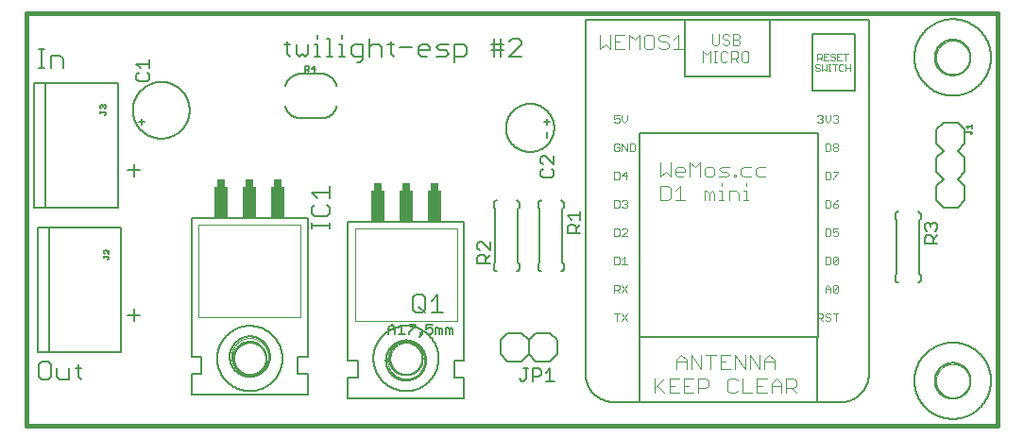
<source format=gto>
G75*
%MOIN*%
%OFA0B0*%
%FSLAX25Y25*%
%IPPOS*%
%LPD*%
%AMOC8*
5,1,8,0,0,1.08239X$1,22.5*
%
%ADD10C,0.01600*%
%ADD11C,0.00600*%
%ADD12C,0.00500*%
%ADD13C,0.00800*%
%ADD14C,0.00400*%
%ADD15C,0.00200*%
%ADD16C,0.00300*%
%ADD17C,0.00700*%
%ADD18R,0.03000X0.02500*%
%ADD19R,0.05000X0.11000*%
%ADD20C,0.00000*%
D10*
X0001800Y0002252D02*
X0001800Y0147921D01*
X0344320Y0147921D01*
X0344320Y0002252D01*
X0001800Y0002252D01*
D11*
X0007105Y0018300D02*
X0006037Y0019368D01*
X0006037Y0023638D01*
X0007105Y0024705D01*
X0009240Y0024705D01*
X0010307Y0023638D01*
X0010307Y0019368D01*
X0009240Y0018300D01*
X0007105Y0018300D01*
X0012483Y0019368D02*
X0013550Y0018300D01*
X0016753Y0018300D01*
X0016753Y0022570D01*
X0018928Y0022570D02*
X0021063Y0022570D01*
X0019996Y0023638D02*
X0019996Y0019368D01*
X0021063Y0018300D01*
X0012483Y0019368D02*
X0012483Y0022570D01*
X0039668Y0039053D02*
X0039668Y0043323D01*
X0037533Y0041188D02*
X0041803Y0041188D01*
X0060040Y0026559D02*
X0063540Y0026559D01*
X0063540Y0020559D01*
X0060040Y0020559D01*
X0060040Y0013059D01*
X0101040Y0013059D01*
X0101040Y0020559D01*
X0097540Y0020559D01*
X0097540Y0026559D01*
X0101040Y0026559D01*
X0101040Y0075559D01*
X0060040Y0075559D01*
X0060040Y0026559D01*
X0073440Y0026559D02*
X0073442Y0026733D01*
X0073449Y0026907D01*
X0073459Y0027081D01*
X0073474Y0027255D01*
X0073493Y0027428D01*
X0073517Y0027601D01*
X0073545Y0027773D01*
X0073576Y0027944D01*
X0073613Y0028115D01*
X0073653Y0028284D01*
X0073697Y0028453D01*
X0073746Y0028620D01*
X0073798Y0028786D01*
X0073855Y0028951D01*
X0073916Y0029114D01*
X0073980Y0029276D01*
X0074049Y0029436D01*
X0074122Y0029595D01*
X0074198Y0029751D01*
X0074278Y0029906D01*
X0074362Y0030059D01*
X0074450Y0030209D01*
X0074542Y0030357D01*
X0074637Y0030504D01*
X0074735Y0030647D01*
X0074837Y0030788D01*
X0074943Y0030927D01*
X0075052Y0031063D01*
X0075164Y0031197D01*
X0075279Y0031327D01*
X0075398Y0031455D01*
X0075520Y0031579D01*
X0075644Y0031701D01*
X0075772Y0031820D01*
X0075902Y0031935D01*
X0076036Y0032047D01*
X0076172Y0032156D01*
X0076311Y0032262D01*
X0076452Y0032364D01*
X0076595Y0032462D01*
X0076742Y0032557D01*
X0076890Y0032649D01*
X0077040Y0032737D01*
X0077193Y0032821D01*
X0077348Y0032901D01*
X0077504Y0032977D01*
X0077663Y0033050D01*
X0077823Y0033119D01*
X0077985Y0033183D01*
X0078148Y0033244D01*
X0078313Y0033301D01*
X0078479Y0033353D01*
X0078646Y0033402D01*
X0078815Y0033446D01*
X0078984Y0033486D01*
X0079155Y0033523D01*
X0079326Y0033554D01*
X0079498Y0033582D01*
X0079671Y0033606D01*
X0079844Y0033625D01*
X0080018Y0033640D01*
X0080192Y0033650D01*
X0080366Y0033657D01*
X0080540Y0033659D01*
X0080714Y0033657D01*
X0080888Y0033650D01*
X0081062Y0033640D01*
X0081236Y0033625D01*
X0081409Y0033606D01*
X0081582Y0033582D01*
X0081754Y0033554D01*
X0081925Y0033523D01*
X0082096Y0033486D01*
X0082265Y0033446D01*
X0082434Y0033402D01*
X0082601Y0033353D01*
X0082767Y0033301D01*
X0082932Y0033244D01*
X0083095Y0033183D01*
X0083257Y0033119D01*
X0083417Y0033050D01*
X0083576Y0032977D01*
X0083732Y0032901D01*
X0083887Y0032821D01*
X0084040Y0032737D01*
X0084190Y0032649D01*
X0084338Y0032557D01*
X0084485Y0032462D01*
X0084628Y0032364D01*
X0084769Y0032262D01*
X0084908Y0032156D01*
X0085044Y0032047D01*
X0085178Y0031935D01*
X0085308Y0031820D01*
X0085436Y0031701D01*
X0085560Y0031579D01*
X0085682Y0031455D01*
X0085801Y0031327D01*
X0085916Y0031197D01*
X0086028Y0031063D01*
X0086137Y0030927D01*
X0086243Y0030788D01*
X0086345Y0030647D01*
X0086443Y0030504D01*
X0086538Y0030357D01*
X0086630Y0030209D01*
X0086718Y0030059D01*
X0086802Y0029906D01*
X0086882Y0029751D01*
X0086958Y0029595D01*
X0087031Y0029436D01*
X0087100Y0029276D01*
X0087164Y0029114D01*
X0087225Y0028951D01*
X0087282Y0028786D01*
X0087334Y0028620D01*
X0087383Y0028453D01*
X0087427Y0028284D01*
X0087467Y0028115D01*
X0087504Y0027944D01*
X0087535Y0027773D01*
X0087563Y0027601D01*
X0087587Y0027428D01*
X0087606Y0027255D01*
X0087621Y0027081D01*
X0087631Y0026907D01*
X0087638Y0026733D01*
X0087640Y0026559D01*
X0087638Y0026385D01*
X0087631Y0026211D01*
X0087621Y0026037D01*
X0087606Y0025863D01*
X0087587Y0025690D01*
X0087563Y0025517D01*
X0087535Y0025345D01*
X0087504Y0025174D01*
X0087467Y0025003D01*
X0087427Y0024834D01*
X0087383Y0024665D01*
X0087334Y0024498D01*
X0087282Y0024332D01*
X0087225Y0024167D01*
X0087164Y0024004D01*
X0087100Y0023842D01*
X0087031Y0023682D01*
X0086958Y0023523D01*
X0086882Y0023367D01*
X0086802Y0023212D01*
X0086718Y0023059D01*
X0086630Y0022909D01*
X0086538Y0022761D01*
X0086443Y0022614D01*
X0086345Y0022471D01*
X0086243Y0022330D01*
X0086137Y0022191D01*
X0086028Y0022055D01*
X0085916Y0021921D01*
X0085801Y0021791D01*
X0085682Y0021663D01*
X0085560Y0021539D01*
X0085436Y0021417D01*
X0085308Y0021298D01*
X0085178Y0021183D01*
X0085044Y0021071D01*
X0084908Y0020962D01*
X0084769Y0020856D01*
X0084628Y0020754D01*
X0084485Y0020656D01*
X0084338Y0020561D01*
X0084190Y0020469D01*
X0084040Y0020381D01*
X0083887Y0020297D01*
X0083732Y0020217D01*
X0083576Y0020141D01*
X0083417Y0020068D01*
X0083257Y0019999D01*
X0083095Y0019935D01*
X0082932Y0019874D01*
X0082767Y0019817D01*
X0082601Y0019765D01*
X0082434Y0019716D01*
X0082265Y0019672D01*
X0082096Y0019632D01*
X0081925Y0019595D01*
X0081754Y0019564D01*
X0081582Y0019536D01*
X0081409Y0019512D01*
X0081236Y0019493D01*
X0081062Y0019478D01*
X0080888Y0019468D01*
X0080714Y0019461D01*
X0080540Y0019459D01*
X0080366Y0019461D01*
X0080192Y0019468D01*
X0080018Y0019478D01*
X0079844Y0019493D01*
X0079671Y0019512D01*
X0079498Y0019536D01*
X0079326Y0019564D01*
X0079155Y0019595D01*
X0078984Y0019632D01*
X0078815Y0019672D01*
X0078646Y0019716D01*
X0078479Y0019765D01*
X0078313Y0019817D01*
X0078148Y0019874D01*
X0077985Y0019935D01*
X0077823Y0019999D01*
X0077663Y0020068D01*
X0077504Y0020141D01*
X0077348Y0020217D01*
X0077193Y0020297D01*
X0077040Y0020381D01*
X0076890Y0020469D01*
X0076742Y0020561D01*
X0076595Y0020656D01*
X0076452Y0020754D01*
X0076311Y0020856D01*
X0076172Y0020962D01*
X0076036Y0021071D01*
X0075902Y0021183D01*
X0075772Y0021298D01*
X0075644Y0021417D01*
X0075520Y0021539D01*
X0075398Y0021663D01*
X0075279Y0021791D01*
X0075164Y0021921D01*
X0075052Y0022055D01*
X0074943Y0022191D01*
X0074837Y0022330D01*
X0074735Y0022471D01*
X0074637Y0022614D01*
X0074542Y0022761D01*
X0074450Y0022909D01*
X0074362Y0023059D01*
X0074278Y0023212D01*
X0074198Y0023367D01*
X0074122Y0023523D01*
X0074049Y0023682D01*
X0073980Y0023842D01*
X0073916Y0024004D01*
X0073855Y0024167D01*
X0073798Y0024332D01*
X0073746Y0024498D01*
X0073697Y0024665D01*
X0073653Y0024834D01*
X0073613Y0025003D01*
X0073576Y0025174D01*
X0073545Y0025345D01*
X0073517Y0025517D01*
X0073493Y0025690D01*
X0073474Y0025863D01*
X0073459Y0026037D01*
X0073449Y0026211D01*
X0073442Y0026385D01*
X0073440Y0026559D01*
X0069040Y0025874D02*
X0069043Y0026156D01*
X0069054Y0026438D01*
X0069071Y0026720D01*
X0069095Y0027001D01*
X0069126Y0027282D01*
X0069164Y0027561D01*
X0069209Y0027840D01*
X0069261Y0028118D01*
X0069319Y0028394D01*
X0069385Y0028668D01*
X0069457Y0028941D01*
X0069535Y0029212D01*
X0069620Y0029481D01*
X0069712Y0029748D01*
X0069811Y0030013D01*
X0069915Y0030275D01*
X0070027Y0030534D01*
X0070144Y0030791D01*
X0070268Y0031045D01*
X0070398Y0031295D01*
X0070534Y0031542D01*
X0070676Y0031786D01*
X0070824Y0032026D01*
X0070978Y0032263D01*
X0071138Y0032496D01*
X0071303Y0032725D01*
X0071474Y0032949D01*
X0071650Y0033170D01*
X0071832Y0033385D01*
X0072019Y0033597D01*
X0072211Y0033804D01*
X0072408Y0034006D01*
X0072610Y0034203D01*
X0072817Y0034395D01*
X0073029Y0034582D01*
X0073244Y0034764D01*
X0073465Y0034940D01*
X0073689Y0035111D01*
X0073918Y0035276D01*
X0074151Y0035436D01*
X0074388Y0035590D01*
X0074628Y0035738D01*
X0074872Y0035880D01*
X0075119Y0036016D01*
X0075369Y0036146D01*
X0075623Y0036270D01*
X0075880Y0036387D01*
X0076139Y0036499D01*
X0076401Y0036603D01*
X0076666Y0036702D01*
X0076933Y0036794D01*
X0077202Y0036879D01*
X0077473Y0036957D01*
X0077746Y0037029D01*
X0078020Y0037095D01*
X0078296Y0037153D01*
X0078574Y0037205D01*
X0078853Y0037250D01*
X0079132Y0037288D01*
X0079413Y0037319D01*
X0079694Y0037343D01*
X0079976Y0037360D01*
X0080258Y0037371D01*
X0080540Y0037374D01*
X0080822Y0037371D01*
X0081104Y0037360D01*
X0081386Y0037343D01*
X0081667Y0037319D01*
X0081948Y0037288D01*
X0082227Y0037250D01*
X0082506Y0037205D01*
X0082784Y0037153D01*
X0083060Y0037095D01*
X0083334Y0037029D01*
X0083607Y0036957D01*
X0083878Y0036879D01*
X0084147Y0036794D01*
X0084414Y0036702D01*
X0084679Y0036603D01*
X0084941Y0036499D01*
X0085200Y0036387D01*
X0085457Y0036270D01*
X0085711Y0036146D01*
X0085961Y0036016D01*
X0086208Y0035880D01*
X0086452Y0035738D01*
X0086692Y0035590D01*
X0086929Y0035436D01*
X0087162Y0035276D01*
X0087391Y0035111D01*
X0087615Y0034940D01*
X0087836Y0034764D01*
X0088051Y0034582D01*
X0088263Y0034395D01*
X0088470Y0034203D01*
X0088672Y0034006D01*
X0088869Y0033804D01*
X0089061Y0033597D01*
X0089248Y0033385D01*
X0089430Y0033170D01*
X0089606Y0032949D01*
X0089777Y0032725D01*
X0089942Y0032496D01*
X0090102Y0032263D01*
X0090256Y0032026D01*
X0090404Y0031786D01*
X0090546Y0031542D01*
X0090682Y0031295D01*
X0090812Y0031045D01*
X0090936Y0030791D01*
X0091053Y0030534D01*
X0091165Y0030275D01*
X0091269Y0030013D01*
X0091368Y0029748D01*
X0091460Y0029481D01*
X0091545Y0029212D01*
X0091623Y0028941D01*
X0091695Y0028668D01*
X0091761Y0028394D01*
X0091819Y0028118D01*
X0091871Y0027840D01*
X0091916Y0027561D01*
X0091954Y0027282D01*
X0091985Y0027001D01*
X0092009Y0026720D01*
X0092026Y0026438D01*
X0092037Y0026156D01*
X0092040Y0025874D01*
X0092037Y0025592D01*
X0092026Y0025310D01*
X0092009Y0025028D01*
X0091985Y0024747D01*
X0091954Y0024466D01*
X0091916Y0024187D01*
X0091871Y0023908D01*
X0091819Y0023630D01*
X0091761Y0023354D01*
X0091695Y0023080D01*
X0091623Y0022807D01*
X0091545Y0022536D01*
X0091460Y0022267D01*
X0091368Y0022000D01*
X0091269Y0021735D01*
X0091165Y0021473D01*
X0091053Y0021214D01*
X0090936Y0020957D01*
X0090812Y0020703D01*
X0090682Y0020453D01*
X0090546Y0020206D01*
X0090404Y0019962D01*
X0090256Y0019722D01*
X0090102Y0019485D01*
X0089942Y0019252D01*
X0089777Y0019023D01*
X0089606Y0018799D01*
X0089430Y0018578D01*
X0089248Y0018363D01*
X0089061Y0018151D01*
X0088869Y0017944D01*
X0088672Y0017742D01*
X0088470Y0017545D01*
X0088263Y0017353D01*
X0088051Y0017166D01*
X0087836Y0016984D01*
X0087615Y0016808D01*
X0087391Y0016637D01*
X0087162Y0016472D01*
X0086929Y0016312D01*
X0086692Y0016158D01*
X0086452Y0016010D01*
X0086208Y0015868D01*
X0085961Y0015732D01*
X0085711Y0015602D01*
X0085457Y0015478D01*
X0085200Y0015361D01*
X0084941Y0015249D01*
X0084679Y0015145D01*
X0084414Y0015046D01*
X0084147Y0014954D01*
X0083878Y0014869D01*
X0083607Y0014791D01*
X0083334Y0014719D01*
X0083060Y0014653D01*
X0082784Y0014595D01*
X0082506Y0014543D01*
X0082227Y0014498D01*
X0081948Y0014460D01*
X0081667Y0014429D01*
X0081386Y0014405D01*
X0081104Y0014388D01*
X0080822Y0014377D01*
X0080540Y0014374D01*
X0080258Y0014377D01*
X0079976Y0014388D01*
X0079694Y0014405D01*
X0079413Y0014429D01*
X0079132Y0014460D01*
X0078853Y0014498D01*
X0078574Y0014543D01*
X0078296Y0014595D01*
X0078020Y0014653D01*
X0077746Y0014719D01*
X0077473Y0014791D01*
X0077202Y0014869D01*
X0076933Y0014954D01*
X0076666Y0015046D01*
X0076401Y0015145D01*
X0076139Y0015249D01*
X0075880Y0015361D01*
X0075623Y0015478D01*
X0075369Y0015602D01*
X0075119Y0015732D01*
X0074872Y0015868D01*
X0074628Y0016010D01*
X0074388Y0016158D01*
X0074151Y0016312D01*
X0073918Y0016472D01*
X0073689Y0016637D01*
X0073465Y0016808D01*
X0073244Y0016984D01*
X0073029Y0017166D01*
X0072817Y0017353D01*
X0072610Y0017545D01*
X0072408Y0017742D01*
X0072211Y0017944D01*
X0072019Y0018151D01*
X0071832Y0018363D01*
X0071650Y0018578D01*
X0071474Y0018799D01*
X0071303Y0019023D01*
X0071138Y0019252D01*
X0070978Y0019485D01*
X0070824Y0019722D01*
X0070676Y0019962D01*
X0070534Y0020206D01*
X0070398Y0020453D01*
X0070268Y0020703D01*
X0070144Y0020957D01*
X0070027Y0021214D01*
X0069915Y0021473D01*
X0069811Y0021735D01*
X0069712Y0022000D01*
X0069620Y0022267D01*
X0069535Y0022536D01*
X0069457Y0022807D01*
X0069385Y0023080D01*
X0069319Y0023354D01*
X0069261Y0023630D01*
X0069209Y0023908D01*
X0069164Y0024187D01*
X0069126Y0024466D01*
X0069095Y0024747D01*
X0069071Y0025028D01*
X0069054Y0025310D01*
X0069043Y0025592D01*
X0069040Y0025874D01*
X0124158Y0025874D02*
X0124161Y0026156D01*
X0124172Y0026438D01*
X0124189Y0026720D01*
X0124213Y0027001D01*
X0124244Y0027282D01*
X0124282Y0027561D01*
X0124327Y0027840D01*
X0124379Y0028118D01*
X0124437Y0028394D01*
X0124503Y0028668D01*
X0124575Y0028941D01*
X0124653Y0029212D01*
X0124738Y0029481D01*
X0124830Y0029748D01*
X0124929Y0030013D01*
X0125033Y0030275D01*
X0125145Y0030534D01*
X0125262Y0030791D01*
X0125386Y0031045D01*
X0125516Y0031295D01*
X0125652Y0031542D01*
X0125794Y0031786D01*
X0125942Y0032026D01*
X0126096Y0032263D01*
X0126256Y0032496D01*
X0126421Y0032725D01*
X0126592Y0032949D01*
X0126768Y0033170D01*
X0126950Y0033385D01*
X0127137Y0033597D01*
X0127329Y0033804D01*
X0127526Y0034006D01*
X0127728Y0034203D01*
X0127935Y0034395D01*
X0128147Y0034582D01*
X0128362Y0034764D01*
X0128583Y0034940D01*
X0128807Y0035111D01*
X0129036Y0035276D01*
X0129269Y0035436D01*
X0129506Y0035590D01*
X0129746Y0035738D01*
X0129990Y0035880D01*
X0130237Y0036016D01*
X0130487Y0036146D01*
X0130741Y0036270D01*
X0130998Y0036387D01*
X0131257Y0036499D01*
X0131519Y0036603D01*
X0131784Y0036702D01*
X0132051Y0036794D01*
X0132320Y0036879D01*
X0132591Y0036957D01*
X0132864Y0037029D01*
X0133138Y0037095D01*
X0133414Y0037153D01*
X0133692Y0037205D01*
X0133971Y0037250D01*
X0134250Y0037288D01*
X0134531Y0037319D01*
X0134812Y0037343D01*
X0135094Y0037360D01*
X0135376Y0037371D01*
X0135658Y0037374D01*
X0135940Y0037371D01*
X0136222Y0037360D01*
X0136504Y0037343D01*
X0136785Y0037319D01*
X0137066Y0037288D01*
X0137345Y0037250D01*
X0137624Y0037205D01*
X0137902Y0037153D01*
X0138178Y0037095D01*
X0138452Y0037029D01*
X0138725Y0036957D01*
X0138996Y0036879D01*
X0139265Y0036794D01*
X0139532Y0036702D01*
X0139797Y0036603D01*
X0140059Y0036499D01*
X0140318Y0036387D01*
X0140575Y0036270D01*
X0140829Y0036146D01*
X0141079Y0036016D01*
X0141326Y0035880D01*
X0141570Y0035738D01*
X0141810Y0035590D01*
X0142047Y0035436D01*
X0142280Y0035276D01*
X0142509Y0035111D01*
X0142733Y0034940D01*
X0142954Y0034764D01*
X0143169Y0034582D01*
X0143381Y0034395D01*
X0143588Y0034203D01*
X0143790Y0034006D01*
X0143987Y0033804D01*
X0144179Y0033597D01*
X0144366Y0033385D01*
X0144548Y0033170D01*
X0144724Y0032949D01*
X0144895Y0032725D01*
X0145060Y0032496D01*
X0145220Y0032263D01*
X0145374Y0032026D01*
X0145522Y0031786D01*
X0145664Y0031542D01*
X0145800Y0031295D01*
X0145930Y0031045D01*
X0146054Y0030791D01*
X0146171Y0030534D01*
X0146283Y0030275D01*
X0146387Y0030013D01*
X0146486Y0029748D01*
X0146578Y0029481D01*
X0146663Y0029212D01*
X0146741Y0028941D01*
X0146813Y0028668D01*
X0146879Y0028394D01*
X0146937Y0028118D01*
X0146989Y0027840D01*
X0147034Y0027561D01*
X0147072Y0027282D01*
X0147103Y0027001D01*
X0147127Y0026720D01*
X0147144Y0026438D01*
X0147155Y0026156D01*
X0147158Y0025874D01*
X0147155Y0025592D01*
X0147144Y0025310D01*
X0147127Y0025028D01*
X0147103Y0024747D01*
X0147072Y0024466D01*
X0147034Y0024187D01*
X0146989Y0023908D01*
X0146937Y0023630D01*
X0146879Y0023354D01*
X0146813Y0023080D01*
X0146741Y0022807D01*
X0146663Y0022536D01*
X0146578Y0022267D01*
X0146486Y0022000D01*
X0146387Y0021735D01*
X0146283Y0021473D01*
X0146171Y0021214D01*
X0146054Y0020957D01*
X0145930Y0020703D01*
X0145800Y0020453D01*
X0145664Y0020206D01*
X0145522Y0019962D01*
X0145374Y0019722D01*
X0145220Y0019485D01*
X0145060Y0019252D01*
X0144895Y0019023D01*
X0144724Y0018799D01*
X0144548Y0018578D01*
X0144366Y0018363D01*
X0144179Y0018151D01*
X0143987Y0017944D01*
X0143790Y0017742D01*
X0143588Y0017545D01*
X0143381Y0017353D01*
X0143169Y0017166D01*
X0142954Y0016984D01*
X0142733Y0016808D01*
X0142509Y0016637D01*
X0142280Y0016472D01*
X0142047Y0016312D01*
X0141810Y0016158D01*
X0141570Y0016010D01*
X0141326Y0015868D01*
X0141079Y0015732D01*
X0140829Y0015602D01*
X0140575Y0015478D01*
X0140318Y0015361D01*
X0140059Y0015249D01*
X0139797Y0015145D01*
X0139532Y0015046D01*
X0139265Y0014954D01*
X0138996Y0014869D01*
X0138725Y0014791D01*
X0138452Y0014719D01*
X0138178Y0014653D01*
X0137902Y0014595D01*
X0137624Y0014543D01*
X0137345Y0014498D01*
X0137066Y0014460D01*
X0136785Y0014429D01*
X0136504Y0014405D01*
X0136222Y0014388D01*
X0135940Y0014377D01*
X0135658Y0014374D01*
X0135376Y0014377D01*
X0135094Y0014388D01*
X0134812Y0014405D01*
X0134531Y0014429D01*
X0134250Y0014460D01*
X0133971Y0014498D01*
X0133692Y0014543D01*
X0133414Y0014595D01*
X0133138Y0014653D01*
X0132864Y0014719D01*
X0132591Y0014791D01*
X0132320Y0014869D01*
X0132051Y0014954D01*
X0131784Y0015046D01*
X0131519Y0015145D01*
X0131257Y0015249D01*
X0130998Y0015361D01*
X0130741Y0015478D01*
X0130487Y0015602D01*
X0130237Y0015732D01*
X0129990Y0015868D01*
X0129746Y0016010D01*
X0129506Y0016158D01*
X0129269Y0016312D01*
X0129036Y0016472D01*
X0128807Y0016637D01*
X0128583Y0016808D01*
X0128362Y0016984D01*
X0128147Y0017166D01*
X0127935Y0017353D01*
X0127728Y0017545D01*
X0127526Y0017742D01*
X0127329Y0017944D01*
X0127137Y0018151D01*
X0126950Y0018363D01*
X0126768Y0018578D01*
X0126592Y0018799D01*
X0126421Y0019023D01*
X0126256Y0019252D01*
X0126096Y0019485D01*
X0125942Y0019722D01*
X0125794Y0019962D01*
X0125652Y0020206D01*
X0125516Y0020453D01*
X0125386Y0020703D01*
X0125262Y0020957D01*
X0125145Y0021214D01*
X0125033Y0021473D01*
X0124929Y0021735D01*
X0124830Y0022000D01*
X0124738Y0022267D01*
X0124653Y0022536D01*
X0124575Y0022807D01*
X0124503Y0023080D01*
X0124437Y0023354D01*
X0124379Y0023630D01*
X0124327Y0023908D01*
X0124282Y0024187D01*
X0124244Y0024466D01*
X0124213Y0024747D01*
X0124189Y0025028D01*
X0124172Y0025310D01*
X0124161Y0025592D01*
X0124158Y0025874D01*
X0168965Y0027311D02*
X0168965Y0032311D01*
X0171465Y0034811D01*
X0176465Y0034811D01*
X0178965Y0032311D01*
X0181465Y0034811D01*
X0186465Y0034811D01*
X0188965Y0032311D01*
X0188965Y0027311D01*
X0186465Y0024811D01*
X0181465Y0024811D01*
X0178965Y0027311D01*
X0176465Y0024811D01*
X0171465Y0024811D01*
X0168965Y0027311D01*
X0178965Y0027311D02*
X0178965Y0032311D01*
X0175591Y0057681D02*
X0175591Y0059181D01*
X0175091Y0059681D01*
X0175091Y0078681D01*
X0175591Y0079181D01*
X0175591Y0080681D01*
X0175589Y0080741D01*
X0175584Y0080802D01*
X0175575Y0080861D01*
X0175562Y0080920D01*
X0175546Y0080979D01*
X0175526Y0081036D01*
X0175503Y0081091D01*
X0175476Y0081146D01*
X0175447Y0081198D01*
X0175414Y0081249D01*
X0175378Y0081298D01*
X0175340Y0081344D01*
X0175298Y0081388D01*
X0175254Y0081430D01*
X0175208Y0081468D01*
X0175159Y0081504D01*
X0175108Y0081537D01*
X0175056Y0081566D01*
X0175001Y0081593D01*
X0174946Y0081616D01*
X0174889Y0081636D01*
X0174830Y0081652D01*
X0174771Y0081665D01*
X0174712Y0081674D01*
X0174651Y0081679D01*
X0174591Y0081681D01*
X0167591Y0081681D02*
X0167531Y0081679D01*
X0167470Y0081674D01*
X0167411Y0081665D01*
X0167352Y0081652D01*
X0167293Y0081636D01*
X0167236Y0081616D01*
X0167181Y0081593D01*
X0167126Y0081566D01*
X0167074Y0081537D01*
X0167023Y0081504D01*
X0166974Y0081468D01*
X0166928Y0081430D01*
X0166884Y0081388D01*
X0166842Y0081344D01*
X0166804Y0081298D01*
X0166768Y0081249D01*
X0166735Y0081198D01*
X0166706Y0081146D01*
X0166679Y0081091D01*
X0166656Y0081036D01*
X0166636Y0080979D01*
X0166620Y0080920D01*
X0166607Y0080861D01*
X0166598Y0080802D01*
X0166593Y0080741D01*
X0166591Y0080681D01*
X0166591Y0079181D01*
X0167091Y0078681D01*
X0167091Y0059681D01*
X0166591Y0059181D01*
X0166591Y0057681D01*
X0166593Y0057621D01*
X0166598Y0057560D01*
X0166607Y0057501D01*
X0166620Y0057442D01*
X0166636Y0057383D01*
X0166656Y0057326D01*
X0166679Y0057271D01*
X0166706Y0057216D01*
X0166735Y0057164D01*
X0166768Y0057113D01*
X0166804Y0057064D01*
X0166842Y0057018D01*
X0166884Y0056974D01*
X0166928Y0056932D01*
X0166974Y0056894D01*
X0167023Y0056858D01*
X0167074Y0056825D01*
X0167126Y0056796D01*
X0167181Y0056769D01*
X0167236Y0056746D01*
X0167293Y0056726D01*
X0167352Y0056710D01*
X0167411Y0056697D01*
X0167470Y0056688D01*
X0167531Y0056683D01*
X0167591Y0056681D01*
X0174591Y0056681D02*
X0174651Y0056683D01*
X0174712Y0056688D01*
X0174771Y0056697D01*
X0174830Y0056710D01*
X0174889Y0056726D01*
X0174946Y0056746D01*
X0175001Y0056769D01*
X0175056Y0056796D01*
X0175108Y0056825D01*
X0175159Y0056858D01*
X0175208Y0056894D01*
X0175254Y0056932D01*
X0175298Y0056974D01*
X0175340Y0057018D01*
X0175378Y0057064D01*
X0175414Y0057113D01*
X0175447Y0057164D01*
X0175476Y0057216D01*
X0175503Y0057271D01*
X0175526Y0057326D01*
X0175546Y0057383D01*
X0175562Y0057442D01*
X0175575Y0057501D01*
X0175584Y0057560D01*
X0175589Y0057621D01*
X0175591Y0057681D01*
X0182339Y0057681D02*
X0182339Y0059181D01*
X0182839Y0059681D01*
X0182839Y0078681D01*
X0182339Y0079181D01*
X0182339Y0080681D01*
X0182341Y0080741D01*
X0182346Y0080802D01*
X0182355Y0080861D01*
X0182368Y0080920D01*
X0182384Y0080979D01*
X0182404Y0081036D01*
X0182427Y0081091D01*
X0182454Y0081146D01*
X0182483Y0081198D01*
X0182516Y0081249D01*
X0182552Y0081298D01*
X0182590Y0081344D01*
X0182632Y0081388D01*
X0182676Y0081430D01*
X0182722Y0081468D01*
X0182771Y0081504D01*
X0182822Y0081537D01*
X0182874Y0081566D01*
X0182929Y0081593D01*
X0182984Y0081616D01*
X0183041Y0081636D01*
X0183100Y0081652D01*
X0183159Y0081665D01*
X0183218Y0081674D01*
X0183279Y0081679D01*
X0183339Y0081681D01*
X0190339Y0081681D02*
X0190399Y0081679D01*
X0190460Y0081674D01*
X0190519Y0081665D01*
X0190578Y0081652D01*
X0190637Y0081636D01*
X0190694Y0081616D01*
X0190749Y0081593D01*
X0190804Y0081566D01*
X0190856Y0081537D01*
X0190907Y0081504D01*
X0190956Y0081468D01*
X0191002Y0081430D01*
X0191046Y0081388D01*
X0191088Y0081344D01*
X0191126Y0081298D01*
X0191162Y0081249D01*
X0191195Y0081198D01*
X0191224Y0081146D01*
X0191251Y0081091D01*
X0191274Y0081036D01*
X0191294Y0080979D01*
X0191310Y0080920D01*
X0191323Y0080861D01*
X0191332Y0080802D01*
X0191337Y0080741D01*
X0191339Y0080681D01*
X0191339Y0079181D01*
X0190839Y0078681D01*
X0190839Y0059681D01*
X0191339Y0059181D01*
X0191339Y0057681D01*
X0191337Y0057621D01*
X0191332Y0057560D01*
X0191323Y0057501D01*
X0191310Y0057442D01*
X0191294Y0057383D01*
X0191274Y0057326D01*
X0191251Y0057271D01*
X0191224Y0057216D01*
X0191195Y0057164D01*
X0191162Y0057113D01*
X0191126Y0057064D01*
X0191088Y0057018D01*
X0191046Y0056974D01*
X0191002Y0056932D01*
X0190956Y0056894D01*
X0190907Y0056858D01*
X0190856Y0056825D01*
X0190804Y0056796D01*
X0190749Y0056769D01*
X0190694Y0056746D01*
X0190637Y0056726D01*
X0190578Y0056710D01*
X0190519Y0056697D01*
X0190460Y0056688D01*
X0190399Y0056683D01*
X0190339Y0056681D01*
X0183339Y0056681D02*
X0183279Y0056683D01*
X0183218Y0056688D01*
X0183159Y0056697D01*
X0183100Y0056710D01*
X0183041Y0056726D01*
X0182984Y0056746D01*
X0182929Y0056769D01*
X0182874Y0056796D01*
X0182822Y0056825D01*
X0182771Y0056858D01*
X0182722Y0056894D01*
X0182676Y0056932D01*
X0182632Y0056974D01*
X0182590Y0057018D01*
X0182552Y0057064D01*
X0182516Y0057113D01*
X0182483Y0057164D01*
X0182454Y0057216D01*
X0182427Y0057271D01*
X0182404Y0057326D01*
X0182384Y0057383D01*
X0182368Y0057442D01*
X0182355Y0057501D01*
X0182346Y0057560D01*
X0182341Y0057621D01*
X0182339Y0057681D01*
X0185438Y0103791D02*
X0185438Y0105791D01*
X0185438Y0108291D02*
X0185438Y0110291D01*
X0184438Y0109291D02*
X0186438Y0109291D01*
X0170938Y0107291D02*
X0170941Y0107500D01*
X0170948Y0107708D01*
X0170961Y0107916D01*
X0170979Y0108124D01*
X0171002Y0108331D01*
X0171030Y0108538D01*
X0171063Y0108744D01*
X0171101Y0108949D01*
X0171145Y0109153D01*
X0171193Y0109356D01*
X0171246Y0109558D01*
X0171304Y0109758D01*
X0171367Y0109957D01*
X0171435Y0110155D01*
X0171508Y0110350D01*
X0171585Y0110544D01*
X0171667Y0110736D01*
X0171754Y0110925D01*
X0171846Y0111113D01*
X0171942Y0111298D01*
X0172042Y0111481D01*
X0172147Y0111661D01*
X0172257Y0111838D01*
X0172371Y0112013D01*
X0172489Y0112185D01*
X0172611Y0112354D01*
X0172737Y0112520D01*
X0172867Y0112683D01*
X0173002Y0112843D01*
X0173140Y0112999D01*
X0173282Y0113152D01*
X0173428Y0113301D01*
X0173577Y0113447D01*
X0173730Y0113589D01*
X0173886Y0113727D01*
X0174046Y0113862D01*
X0174209Y0113992D01*
X0174375Y0114118D01*
X0174544Y0114240D01*
X0174716Y0114358D01*
X0174891Y0114472D01*
X0175068Y0114582D01*
X0175248Y0114687D01*
X0175431Y0114787D01*
X0175616Y0114883D01*
X0175804Y0114975D01*
X0175993Y0115062D01*
X0176185Y0115144D01*
X0176379Y0115221D01*
X0176574Y0115294D01*
X0176772Y0115362D01*
X0176971Y0115425D01*
X0177171Y0115483D01*
X0177373Y0115536D01*
X0177576Y0115584D01*
X0177780Y0115628D01*
X0177985Y0115666D01*
X0178191Y0115699D01*
X0178398Y0115727D01*
X0178605Y0115750D01*
X0178813Y0115768D01*
X0179021Y0115781D01*
X0179229Y0115788D01*
X0179438Y0115791D01*
X0179647Y0115788D01*
X0179855Y0115781D01*
X0180063Y0115768D01*
X0180271Y0115750D01*
X0180478Y0115727D01*
X0180685Y0115699D01*
X0180891Y0115666D01*
X0181096Y0115628D01*
X0181300Y0115584D01*
X0181503Y0115536D01*
X0181705Y0115483D01*
X0181905Y0115425D01*
X0182104Y0115362D01*
X0182302Y0115294D01*
X0182497Y0115221D01*
X0182691Y0115144D01*
X0182883Y0115062D01*
X0183072Y0114975D01*
X0183260Y0114883D01*
X0183445Y0114787D01*
X0183628Y0114687D01*
X0183808Y0114582D01*
X0183985Y0114472D01*
X0184160Y0114358D01*
X0184332Y0114240D01*
X0184501Y0114118D01*
X0184667Y0113992D01*
X0184830Y0113862D01*
X0184990Y0113727D01*
X0185146Y0113589D01*
X0185299Y0113447D01*
X0185448Y0113301D01*
X0185594Y0113152D01*
X0185736Y0112999D01*
X0185874Y0112843D01*
X0186009Y0112683D01*
X0186139Y0112520D01*
X0186265Y0112354D01*
X0186387Y0112185D01*
X0186505Y0112013D01*
X0186619Y0111838D01*
X0186729Y0111661D01*
X0186834Y0111481D01*
X0186934Y0111298D01*
X0187030Y0111113D01*
X0187122Y0110925D01*
X0187209Y0110736D01*
X0187291Y0110544D01*
X0187368Y0110350D01*
X0187441Y0110155D01*
X0187509Y0109957D01*
X0187572Y0109758D01*
X0187630Y0109558D01*
X0187683Y0109356D01*
X0187731Y0109153D01*
X0187775Y0108949D01*
X0187813Y0108744D01*
X0187846Y0108538D01*
X0187874Y0108331D01*
X0187897Y0108124D01*
X0187915Y0107916D01*
X0187928Y0107708D01*
X0187935Y0107500D01*
X0187938Y0107291D01*
X0187935Y0107082D01*
X0187928Y0106874D01*
X0187915Y0106666D01*
X0187897Y0106458D01*
X0187874Y0106251D01*
X0187846Y0106044D01*
X0187813Y0105838D01*
X0187775Y0105633D01*
X0187731Y0105429D01*
X0187683Y0105226D01*
X0187630Y0105024D01*
X0187572Y0104824D01*
X0187509Y0104625D01*
X0187441Y0104427D01*
X0187368Y0104232D01*
X0187291Y0104038D01*
X0187209Y0103846D01*
X0187122Y0103657D01*
X0187030Y0103469D01*
X0186934Y0103284D01*
X0186834Y0103101D01*
X0186729Y0102921D01*
X0186619Y0102744D01*
X0186505Y0102569D01*
X0186387Y0102397D01*
X0186265Y0102228D01*
X0186139Y0102062D01*
X0186009Y0101899D01*
X0185874Y0101739D01*
X0185736Y0101583D01*
X0185594Y0101430D01*
X0185448Y0101281D01*
X0185299Y0101135D01*
X0185146Y0100993D01*
X0184990Y0100855D01*
X0184830Y0100720D01*
X0184667Y0100590D01*
X0184501Y0100464D01*
X0184332Y0100342D01*
X0184160Y0100224D01*
X0183985Y0100110D01*
X0183808Y0100000D01*
X0183628Y0099895D01*
X0183445Y0099795D01*
X0183260Y0099699D01*
X0183072Y0099607D01*
X0182883Y0099520D01*
X0182691Y0099438D01*
X0182497Y0099361D01*
X0182302Y0099288D01*
X0182104Y0099220D01*
X0181905Y0099157D01*
X0181705Y0099099D01*
X0181503Y0099046D01*
X0181300Y0098998D01*
X0181096Y0098954D01*
X0180891Y0098916D01*
X0180685Y0098883D01*
X0180478Y0098855D01*
X0180271Y0098832D01*
X0180063Y0098814D01*
X0179855Y0098801D01*
X0179647Y0098794D01*
X0179438Y0098791D01*
X0179229Y0098794D01*
X0179021Y0098801D01*
X0178813Y0098814D01*
X0178605Y0098832D01*
X0178398Y0098855D01*
X0178191Y0098883D01*
X0177985Y0098916D01*
X0177780Y0098954D01*
X0177576Y0098998D01*
X0177373Y0099046D01*
X0177171Y0099099D01*
X0176971Y0099157D01*
X0176772Y0099220D01*
X0176574Y0099288D01*
X0176379Y0099361D01*
X0176185Y0099438D01*
X0175993Y0099520D01*
X0175804Y0099607D01*
X0175616Y0099699D01*
X0175431Y0099795D01*
X0175248Y0099895D01*
X0175068Y0100000D01*
X0174891Y0100110D01*
X0174716Y0100224D01*
X0174544Y0100342D01*
X0174375Y0100464D01*
X0174209Y0100590D01*
X0174046Y0100720D01*
X0173886Y0100855D01*
X0173730Y0100993D01*
X0173577Y0101135D01*
X0173428Y0101281D01*
X0173282Y0101430D01*
X0173140Y0101583D01*
X0173002Y0101739D01*
X0172867Y0101899D01*
X0172737Y0102062D01*
X0172611Y0102228D01*
X0172489Y0102397D01*
X0172371Y0102569D01*
X0172257Y0102744D01*
X0172147Y0102921D01*
X0172042Y0103101D01*
X0171942Y0103284D01*
X0171846Y0103469D01*
X0171754Y0103657D01*
X0171667Y0103846D01*
X0171585Y0104038D01*
X0171508Y0104232D01*
X0171435Y0104427D01*
X0171367Y0104625D01*
X0171304Y0104824D01*
X0171246Y0105024D01*
X0171193Y0105226D01*
X0171145Y0105429D01*
X0171101Y0105633D01*
X0171063Y0105838D01*
X0171030Y0106044D01*
X0171002Y0106251D01*
X0170979Y0106458D01*
X0170961Y0106666D01*
X0170948Y0106874D01*
X0170941Y0107082D01*
X0170938Y0107291D01*
X0152809Y0130338D02*
X0152809Y0136744D01*
X0156012Y0136744D01*
X0157079Y0135676D01*
X0157079Y0133541D01*
X0156012Y0132473D01*
X0152809Y0132473D01*
X0150634Y0133541D02*
X0149566Y0134608D01*
X0147431Y0134608D01*
X0146364Y0135676D01*
X0147431Y0136744D01*
X0150634Y0136744D01*
X0150634Y0133541D02*
X0149566Y0132473D01*
X0146364Y0132473D01*
X0144188Y0134608D02*
X0139918Y0134608D01*
X0139918Y0133541D02*
X0139918Y0135676D01*
X0140986Y0136744D01*
X0143121Y0136744D01*
X0144188Y0135676D01*
X0144188Y0134608D01*
X0143121Y0132473D02*
X0140986Y0132473D01*
X0139918Y0133541D01*
X0137743Y0135676D02*
X0133473Y0135676D01*
X0131311Y0136744D02*
X0129176Y0136744D01*
X0130243Y0137811D02*
X0130243Y0133541D01*
X0131311Y0132473D01*
X0127000Y0132473D02*
X0127000Y0135676D01*
X0125933Y0136744D01*
X0123798Y0136744D01*
X0122730Y0135676D01*
X0120555Y0136744D02*
X0117352Y0136744D01*
X0116285Y0135676D01*
X0116285Y0133541D01*
X0117352Y0132473D01*
X0120555Y0132473D01*
X0120555Y0131406D02*
X0120555Y0136744D01*
X0122730Y0138879D02*
X0122730Y0132473D01*
X0120555Y0131406D02*
X0119487Y0130338D01*
X0118420Y0130338D01*
X0114123Y0132473D02*
X0111988Y0132473D01*
X0113055Y0132473D02*
X0113055Y0136744D01*
X0111988Y0136744D01*
X0113055Y0138879D02*
X0113055Y0139946D01*
X0108758Y0138879D02*
X0108758Y0132473D01*
X0107691Y0132473D02*
X0109826Y0132473D01*
X0105529Y0132473D02*
X0103394Y0132473D01*
X0104461Y0132473D02*
X0104461Y0136744D01*
X0103394Y0136744D01*
X0101218Y0136744D02*
X0101218Y0133541D01*
X0100151Y0132473D01*
X0099083Y0133541D01*
X0098016Y0132473D01*
X0096948Y0133541D01*
X0096948Y0136744D01*
X0094786Y0136744D02*
X0092651Y0136744D01*
X0093719Y0137811D02*
X0093719Y0133541D01*
X0094786Y0132473D01*
X0104461Y0138879D02*
X0104461Y0139946D01*
X0107691Y0138879D02*
X0108758Y0138879D01*
X0165700Y0136744D02*
X0168903Y0136744D01*
X0169970Y0136744D01*
X0168903Y0138879D02*
X0168903Y0132473D01*
X0166768Y0132473D02*
X0166768Y0138879D01*
X0172146Y0137811D02*
X0173213Y0138879D01*
X0175348Y0138879D01*
X0176416Y0137811D01*
X0176416Y0136744D01*
X0172146Y0132473D01*
X0176416Y0132473D01*
X0169970Y0134608D02*
X0165700Y0134608D01*
X0039280Y0113512D02*
X0039283Y0113757D01*
X0039292Y0114003D01*
X0039307Y0114248D01*
X0039328Y0114492D01*
X0039355Y0114736D01*
X0039388Y0114979D01*
X0039427Y0115222D01*
X0039472Y0115463D01*
X0039523Y0115703D01*
X0039580Y0115942D01*
X0039642Y0116179D01*
X0039711Y0116415D01*
X0039785Y0116649D01*
X0039865Y0116881D01*
X0039950Y0117111D01*
X0040041Y0117339D01*
X0040138Y0117564D01*
X0040240Y0117788D01*
X0040348Y0118008D01*
X0040461Y0118226D01*
X0040579Y0118441D01*
X0040703Y0118653D01*
X0040831Y0118862D01*
X0040965Y0119068D01*
X0041104Y0119270D01*
X0041248Y0119469D01*
X0041397Y0119664D01*
X0041550Y0119856D01*
X0041708Y0120044D01*
X0041870Y0120228D01*
X0042038Y0120407D01*
X0042209Y0120583D01*
X0042385Y0120754D01*
X0042564Y0120922D01*
X0042748Y0121084D01*
X0042936Y0121242D01*
X0043128Y0121395D01*
X0043323Y0121544D01*
X0043522Y0121688D01*
X0043724Y0121827D01*
X0043930Y0121961D01*
X0044139Y0122089D01*
X0044351Y0122213D01*
X0044566Y0122331D01*
X0044784Y0122444D01*
X0045004Y0122552D01*
X0045228Y0122654D01*
X0045453Y0122751D01*
X0045681Y0122842D01*
X0045911Y0122927D01*
X0046143Y0123007D01*
X0046377Y0123081D01*
X0046613Y0123150D01*
X0046850Y0123212D01*
X0047089Y0123269D01*
X0047329Y0123320D01*
X0047570Y0123365D01*
X0047813Y0123404D01*
X0048056Y0123437D01*
X0048300Y0123464D01*
X0048544Y0123485D01*
X0048789Y0123500D01*
X0049035Y0123509D01*
X0049280Y0123512D01*
X0049525Y0123509D01*
X0049771Y0123500D01*
X0050016Y0123485D01*
X0050260Y0123464D01*
X0050504Y0123437D01*
X0050747Y0123404D01*
X0050990Y0123365D01*
X0051231Y0123320D01*
X0051471Y0123269D01*
X0051710Y0123212D01*
X0051947Y0123150D01*
X0052183Y0123081D01*
X0052417Y0123007D01*
X0052649Y0122927D01*
X0052879Y0122842D01*
X0053107Y0122751D01*
X0053332Y0122654D01*
X0053556Y0122552D01*
X0053776Y0122444D01*
X0053994Y0122331D01*
X0054209Y0122213D01*
X0054421Y0122089D01*
X0054630Y0121961D01*
X0054836Y0121827D01*
X0055038Y0121688D01*
X0055237Y0121544D01*
X0055432Y0121395D01*
X0055624Y0121242D01*
X0055812Y0121084D01*
X0055996Y0120922D01*
X0056175Y0120754D01*
X0056351Y0120583D01*
X0056522Y0120407D01*
X0056690Y0120228D01*
X0056852Y0120044D01*
X0057010Y0119856D01*
X0057163Y0119664D01*
X0057312Y0119469D01*
X0057456Y0119270D01*
X0057595Y0119068D01*
X0057729Y0118862D01*
X0057857Y0118653D01*
X0057981Y0118441D01*
X0058099Y0118226D01*
X0058212Y0118008D01*
X0058320Y0117788D01*
X0058422Y0117564D01*
X0058519Y0117339D01*
X0058610Y0117111D01*
X0058695Y0116881D01*
X0058775Y0116649D01*
X0058849Y0116415D01*
X0058918Y0116179D01*
X0058980Y0115942D01*
X0059037Y0115703D01*
X0059088Y0115463D01*
X0059133Y0115222D01*
X0059172Y0114979D01*
X0059205Y0114736D01*
X0059232Y0114492D01*
X0059253Y0114248D01*
X0059268Y0114003D01*
X0059277Y0113757D01*
X0059280Y0113512D01*
X0059277Y0113267D01*
X0059268Y0113021D01*
X0059253Y0112776D01*
X0059232Y0112532D01*
X0059205Y0112288D01*
X0059172Y0112045D01*
X0059133Y0111802D01*
X0059088Y0111561D01*
X0059037Y0111321D01*
X0058980Y0111082D01*
X0058918Y0110845D01*
X0058849Y0110609D01*
X0058775Y0110375D01*
X0058695Y0110143D01*
X0058610Y0109913D01*
X0058519Y0109685D01*
X0058422Y0109460D01*
X0058320Y0109236D01*
X0058212Y0109016D01*
X0058099Y0108798D01*
X0057981Y0108583D01*
X0057857Y0108371D01*
X0057729Y0108162D01*
X0057595Y0107956D01*
X0057456Y0107754D01*
X0057312Y0107555D01*
X0057163Y0107360D01*
X0057010Y0107168D01*
X0056852Y0106980D01*
X0056690Y0106796D01*
X0056522Y0106617D01*
X0056351Y0106441D01*
X0056175Y0106270D01*
X0055996Y0106102D01*
X0055812Y0105940D01*
X0055624Y0105782D01*
X0055432Y0105629D01*
X0055237Y0105480D01*
X0055038Y0105336D01*
X0054836Y0105197D01*
X0054630Y0105063D01*
X0054421Y0104935D01*
X0054209Y0104811D01*
X0053994Y0104693D01*
X0053776Y0104580D01*
X0053556Y0104472D01*
X0053332Y0104370D01*
X0053107Y0104273D01*
X0052879Y0104182D01*
X0052649Y0104097D01*
X0052417Y0104017D01*
X0052183Y0103943D01*
X0051947Y0103874D01*
X0051710Y0103812D01*
X0051471Y0103755D01*
X0051231Y0103704D01*
X0050990Y0103659D01*
X0050747Y0103620D01*
X0050504Y0103587D01*
X0050260Y0103560D01*
X0050016Y0103539D01*
X0049771Y0103524D01*
X0049525Y0103515D01*
X0049280Y0103512D01*
X0049035Y0103515D01*
X0048789Y0103524D01*
X0048544Y0103539D01*
X0048300Y0103560D01*
X0048056Y0103587D01*
X0047813Y0103620D01*
X0047570Y0103659D01*
X0047329Y0103704D01*
X0047089Y0103755D01*
X0046850Y0103812D01*
X0046613Y0103874D01*
X0046377Y0103943D01*
X0046143Y0104017D01*
X0045911Y0104097D01*
X0045681Y0104182D01*
X0045453Y0104273D01*
X0045228Y0104370D01*
X0045004Y0104472D01*
X0044784Y0104580D01*
X0044566Y0104693D01*
X0044351Y0104811D01*
X0044139Y0104935D01*
X0043930Y0105063D01*
X0043724Y0105197D01*
X0043522Y0105336D01*
X0043323Y0105480D01*
X0043128Y0105629D01*
X0042936Y0105782D01*
X0042748Y0105940D01*
X0042564Y0106102D01*
X0042385Y0106270D01*
X0042209Y0106441D01*
X0042038Y0106617D01*
X0041870Y0106796D01*
X0041708Y0106980D01*
X0041550Y0107168D01*
X0041397Y0107360D01*
X0041248Y0107555D01*
X0041104Y0107754D01*
X0040965Y0107956D01*
X0040831Y0108162D01*
X0040703Y0108371D01*
X0040579Y0108583D01*
X0040461Y0108798D01*
X0040348Y0109016D01*
X0040240Y0109236D01*
X0040138Y0109460D01*
X0040041Y0109685D01*
X0039950Y0109913D01*
X0039865Y0110143D01*
X0039785Y0110375D01*
X0039711Y0110609D01*
X0039642Y0110845D01*
X0039580Y0111082D01*
X0039523Y0111321D01*
X0039472Y0111561D01*
X0039427Y0111802D01*
X0039388Y0112045D01*
X0039355Y0112288D01*
X0039328Y0112532D01*
X0039307Y0112776D01*
X0039292Y0113021D01*
X0039283Y0113267D01*
X0039280Y0113512D01*
X0042280Y0110512D02*
X0042280Y0108512D01*
X0043280Y0109512D02*
X0041280Y0109512D01*
X0039668Y0094504D02*
X0039668Y0090234D01*
X0037533Y0092369D02*
X0041803Y0092369D01*
X0014604Y0128536D02*
X0014604Y0131739D01*
X0013537Y0132807D01*
X0010334Y0132807D01*
X0010334Y0128536D01*
X0008172Y0128536D02*
X0006037Y0128536D01*
X0007105Y0128536D02*
X0007105Y0134942D01*
X0008172Y0134942D02*
X0006037Y0134942D01*
X0308324Y0076744D02*
X0308324Y0075244D01*
X0308824Y0074744D01*
X0308824Y0055744D01*
X0308324Y0055244D01*
X0308324Y0053744D01*
X0308326Y0053684D01*
X0308331Y0053623D01*
X0308340Y0053564D01*
X0308353Y0053505D01*
X0308369Y0053446D01*
X0308389Y0053389D01*
X0308412Y0053334D01*
X0308439Y0053279D01*
X0308468Y0053227D01*
X0308501Y0053176D01*
X0308537Y0053127D01*
X0308575Y0053081D01*
X0308617Y0053037D01*
X0308661Y0052995D01*
X0308707Y0052957D01*
X0308756Y0052921D01*
X0308807Y0052888D01*
X0308859Y0052859D01*
X0308914Y0052832D01*
X0308969Y0052809D01*
X0309026Y0052789D01*
X0309085Y0052773D01*
X0309144Y0052760D01*
X0309203Y0052751D01*
X0309264Y0052746D01*
X0309324Y0052744D01*
X0316324Y0052744D02*
X0316384Y0052746D01*
X0316445Y0052751D01*
X0316504Y0052760D01*
X0316563Y0052773D01*
X0316622Y0052789D01*
X0316679Y0052809D01*
X0316734Y0052832D01*
X0316789Y0052859D01*
X0316841Y0052888D01*
X0316892Y0052921D01*
X0316941Y0052957D01*
X0316987Y0052995D01*
X0317031Y0053037D01*
X0317073Y0053081D01*
X0317111Y0053127D01*
X0317147Y0053176D01*
X0317180Y0053227D01*
X0317209Y0053279D01*
X0317236Y0053334D01*
X0317259Y0053389D01*
X0317279Y0053446D01*
X0317295Y0053505D01*
X0317308Y0053564D01*
X0317317Y0053623D01*
X0317322Y0053684D01*
X0317324Y0053744D01*
X0317324Y0055244D01*
X0316824Y0055744D01*
X0316824Y0074744D01*
X0317324Y0075244D01*
X0317324Y0076744D01*
X0317322Y0076804D01*
X0317317Y0076865D01*
X0317308Y0076924D01*
X0317295Y0076983D01*
X0317279Y0077042D01*
X0317259Y0077099D01*
X0317236Y0077154D01*
X0317209Y0077209D01*
X0317180Y0077261D01*
X0317147Y0077312D01*
X0317111Y0077361D01*
X0317073Y0077407D01*
X0317031Y0077451D01*
X0316987Y0077493D01*
X0316941Y0077531D01*
X0316892Y0077567D01*
X0316841Y0077600D01*
X0316789Y0077629D01*
X0316734Y0077656D01*
X0316679Y0077679D01*
X0316622Y0077699D01*
X0316563Y0077715D01*
X0316504Y0077728D01*
X0316445Y0077737D01*
X0316384Y0077742D01*
X0316324Y0077744D01*
X0309324Y0077744D02*
X0309264Y0077742D01*
X0309203Y0077737D01*
X0309144Y0077728D01*
X0309085Y0077715D01*
X0309026Y0077699D01*
X0308969Y0077679D01*
X0308914Y0077656D01*
X0308859Y0077629D01*
X0308807Y0077600D01*
X0308756Y0077567D01*
X0308707Y0077531D01*
X0308661Y0077493D01*
X0308617Y0077451D01*
X0308575Y0077407D01*
X0308537Y0077361D01*
X0308501Y0077312D01*
X0308468Y0077261D01*
X0308439Y0077209D01*
X0308412Y0077154D01*
X0308389Y0077099D01*
X0308369Y0077042D01*
X0308353Y0076983D01*
X0308340Y0076924D01*
X0308331Y0076865D01*
X0308326Y0076804D01*
X0308324Y0076744D01*
X0315072Y0132173D02*
X0315076Y0132504D01*
X0315088Y0132835D01*
X0315109Y0133166D01*
X0315137Y0133496D01*
X0315174Y0133826D01*
X0315218Y0134154D01*
X0315271Y0134481D01*
X0315331Y0134807D01*
X0315400Y0135131D01*
X0315477Y0135453D01*
X0315561Y0135774D01*
X0315653Y0136092D01*
X0315753Y0136408D01*
X0315861Y0136721D01*
X0315977Y0137032D01*
X0316100Y0137339D01*
X0316230Y0137644D01*
X0316368Y0137945D01*
X0316513Y0138243D01*
X0316666Y0138537D01*
X0316826Y0138827D01*
X0316993Y0139113D01*
X0317166Y0139395D01*
X0317347Y0139673D01*
X0317535Y0139946D01*
X0317729Y0140215D01*
X0317929Y0140479D01*
X0318136Y0140737D01*
X0318350Y0140991D01*
X0318569Y0141239D01*
X0318795Y0141482D01*
X0319026Y0141719D01*
X0319263Y0141950D01*
X0319506Y0142176D01*
X0319754Y0142395D01*
X0320008Y0142609D01*
X0320266Y0142816D01*
X0320530Y0143016D01*
X0320799Y0143210D01*
X0321072Y0143398D01*
X0321350Y0143579D01*
X0321632Y0143752D01*
X0321918Y0143919D01*
X0322208Y0144079D01*
X0322502Y0144232D01*
X0322800Y0144377D01*
X0323101Y0144515D01*
X0323406Y0144645D01*
X0323713Y0144768D01*
X0324024Y0144884D01*
X0324337Y0144992D01*
X0324653Y0145092D01*
X0324971Y0145184D01*
X0325292Y0145268D01*
X0325614Y0145345D01*
X0325938Y0145414D01*
X0326264Y0145474D01*
X0326591Y0145527D01*
X0326919Y0145571D01*
X0327249Y0145608D01*
X0327579Y0145636D01*
X0327910Y0145657D01*
X0328241Y0145669D01*
X0328572Y0145673D01*
X0328903Y0145669D01*
X0329234Y0145657D01*
X0329565Y0145636D01*
X0329895Y0145608D01*
X0330225Y0145571D01*
X0330553Y0145527D01*
X0330880Y0145474D01*
X0331206Y0145414D01*
X0331530Y0145345D01*
X0331852Y0145268D01*
X0332173Y0145184D01*
X0332491Y0145092D01*
X0332807Y0144992D01*
X0333120Y0144884D01*
X0333431Y0144768D01*
X0333738Y0144645D01*
X0334043Y0144515D01*
X0334344Y0144377D01*
X0334642Y0144232D01*
X0334936Y0144079D01*
X0335226Y0143919D01*
X0335512Y0143752D01*
X0335794Y0143579D01*
X0336072Y0143398D01*
X0336345Y0143210D01*
X0336614Y0143016D01*
X0336878Y0142816D01*
X0337136Y0142609D01*
X0337390Y0142395D01*
X0337638Y0142176D01*
X0337881Y0141950D01*
X0338118Y0141719D01*
X0338349Y0141482D01*
X0338575Y0141239D01*
X0338794Y0140991D01*
X0339008Y0140737D01*
X0339215Y0140479D01*
X0339415Y0140215D01*
X0339609Y0139946D01*
X0339797Y0139673D01*
X0339978Y0139395D01*
X0340151Y0139113D01*
X0340318Y0138827D01*
X0340478Y0138537D01*
X0340631Y0138243D01*
X0340776Y0137945D01*
X0340914Y0137644D01*
X0341044Y0137339D01*
X0341167Y0137032D01*
X0341283Y0136721D01*
X0341391Y0136408D01*
X0341491Y0136092D01*
X0341583Y0135774D01*
X0341667Y0135453D01*
X0341744Y0135131D01*
X0341813Y0134807D01*
X0341873Y0134481D01*
X0341926Y0134154D01*
X0341970Y0133826D01*
X0342007Y0133496D01*
X0342035Y0133166D01*
X0342056Y0132835D01*
X0342068Y0132504D01*
X0342072Y0132173D01*
X0342068Y0131842D01*
X0342056Y0131511D01*
X0342035Y0131180D01*
X0342007Y0130850D01*
X0341970Y0130520D01*
X0341926Y0130192D01*
X0341873Y0129865D01*
X0341813Y0129539D01*
X0341744Y0129215D01*
X0341667Y0128893D01*
X0341583Y0128572D01*
X0341491Y0128254D01*
X0341391Y0127938D01*
X0341283Y0127625D01*
X0341167Y0127314D01*
X0341044Y0127007D01*
X0340914Y0126702D01*
X0340776Y0126401D01*
X0340631Y0126103D01*
X0340478Y0125809D01*
X0340318Y0125519D01*
X0340151Y0125233D01*
X0339978Y0124951D01*
X0339797Y0124673D01*
X0339609Y0124400D01*
X0339415Y0124131D01*
X0339215Y0123867D01*
X0339008Y0123609D01*
X0338794Y0123355D01*
X0338575Y0123107D01*
X0338349Y0122864D01*
X0338118Y0122627D01*
X0337881Y0122396D01*
X0337638Y0122170D01*
X0337390Y0121951D01*
X0337136Y0121737D01*
X0336878Y0121530D01*
X0336614Y0121330D01*
X0336345Y0121136D01*
X0336072Y0120948D01*
X0335794Y0120767D01*
X0335512Y0120594D01*
X0335226Y0120427D01*
X0334936Y0120267D01*
X0334642Y0120114D01*
X0334344Y0119969D01*
X0334043Y0119831D01*
X0333738Y0119701D01*
X0333431Y0119578D01*
X0333120Y0119462D01*
X0332807Y0119354D01*
X0332491Y0119254D01*
X0332173Y0119162D01*
X0331852Y0119078D01*
X0331530Y0119001D01*
X0331206Y0118932D01*
X0330880Y0118872D01*
X0330553Y0118819D01*
X0330225Y0118775D01*
X0329895Y0118738D01*
X0329565Y0118710D01*
X0329234Y0118689D01*
X0328903Y0118677D01*
X0328572Y0118673D01*
X0328241Y0118677D01*
X0327910Y0118689D01*
X0327579Y0118710D01*
X0327249Y0118738D01*
X0326919Y0118775D01*
X0326591Y0118819D01*
X0326264Y0118872D01*
X0325938Y0118932D01*
X0325614Y0119001D01*
X0325292Y0119078D01*
X0324971Y0119162D01*
X0324653Y0119254D01*
X0324337Y0119354D01*
X0324024Y0119462D01*
X0323713Y0119578D01*
X0323406Y0119701D01*
X0323101Y0119831D01*
X0322800Y0119969D01*
X0322502Y0120114D01*
X0322208Y0120267D01*
X0321918Y0120427D01*
X0321632Y0120594D01*
X0321350Y0120767D01*
X0321072Y0120948D01*
X0320799Y0121136D01*
X0320530Y0121330D01*
X0320266Y0121530D01*
X0320008Y0121737D01*
X0319754Y0121951D01*
X0319506Y0122170D01*
X0319263Y0122396D01*
X0319026Y0122627D01*
X0318795Y0122864D01*
X0318569Y0123107D01*
X0318350Y0123355D01*
X0318136Y0123609D01*
X0317929Y0123867D01*
X0317729Y0124131D01*
X0317535Y0124400D01*
X0317347Y0124673D01*
X0317166Y0124951D01*
X0316993Y0125233D01*
X0316826Y0125519D01*
X0316666Y0125809D01*
X0316513Y0126103D01*
X0316368Y0126401D01*
X0316230Y0126702D01*
X0316100Y0127007D01*
X0315977Y0127314D01*
X0315861Y0127625D01*
X0315753Y0127938D01*
X0315653Y0128254D01*
X0315561Y0128572D01*
X0315477Y0128893D01*
X0315400Y0129215D01*
X0315331Y0129539D01*
X0315271Y0129865D01*
X0315218Y0130192D01*
X0315174Y0130520D01*
X0315137Y0130850D01*
X0315109Y0131180D01*
X0315088Y0131511D01*
X0315076Y0131842D01*
X0315072Y0132173D01*
X0315072Y0018000D02*
X0315076Y0018331D01*
X0315088Y0018662D01*
X0315109Y0018993D01*
X0315137Y0019323D01*
X0315174Y0019653D01*
X0315218Y0019981D01*
X0315271Y0020308D01*
X0315331Y0020634D01*
X0315400Y0020958D01*
X0315477Y0021280D01*
X0315561Y0021601D01*
X0315653Y0021919D01*
X0315753Y0022235D01*
X0315861Y0022548D01*
X0315977Y0022859D01*
X0316100Y0023166D01*
X0316230Y0023471D01*
X0316368Y0023772D01*
X0316513Y0024070D01*
X0316666Y0024364D01*
X0316826Y0024654D01*
X0316993Y0024940D01*
X0317166Y0025222D01*
X0317347Y0025500D01*
X0317535Y0025773D01*
X0317729Y0026042D01*
X0317929Y0026306D01*
X0318136Y0026564D01*
X0318350Y0026818D01*
X0318569Y0027066D01*
X0318795Y0027309D01*
X0319026Y0027546D01*
X0319263Y0027777D01*
X0319506Y0028003D01*
X0319754Y0028222D01*
X0320008Y0028436D01*
X0320266Y0028643D01*
X0320530Y0028843D01*
X0320799Y0029037D01*
X0321072Y0029225D01*
X0321350Y0029406D01*
X0321632Y0029579D01*
X0321918Y0029746D01*
X0322208Y0029906D01*
X0322502Y0030059D01*
X0322800Y0030204D01*
X0323101Y0030342D01*
X0323406Y0030472D01*
X0323713Y0030595D01*
X0324024Y0030711D01*
X0324337Y0030819D01*
X0324653Y0030919D01*
X0324971Y0031011D01*
X0325292Y0031095D01*
X0325614Y0031172D01*
X0325938Y0031241D01*
X0326264Y0031301D01*
X0326591Y0031354D01*
X0326919Y0031398D01*
X0327249Y0031435D01*
X0327579Y0031463D01*
X0327910Y0031484D01*
X0328241Y0031496D01*
X0328572Y0031500D01*
X0328903Y0031496D01*
X0329234Y0031484D01*
X0329565Y0031463D01*
X0329895Y0031435D01*
X0330225Y0031398D01*
X0330553Y0031354D01*
X0330880Y0031301D01*
X0331206Y0031241D01*
X0331530Y0031172D01*
X0331852Y0031095D01*
X0332173Y0031011D01*
X0332491Y0030919D01*
X0332807Y0030819D01*
X0333120Y0030711D01*
X0333431Y0030595D01*
X0333738Y0030472D01*
X0334043Y0030342D01*
X0334344Y0030204D01*
X0334642Y0030059D01*
X0334936Y0029906D01*
X0335226Y0029746D01*
X0335512Y0029579D01*
X0335794Y0029406D01*
X0336072Y0029225D01*
X0336345Y0029037D01*
X0336614Y0028843D01*
X0336878Y0028643D01*
X0337136Y0028436D01*
X0337390Y0028222D01*
X0337638Y0028003D01*
X0337881Y0027777D01*
X0338118Y0027546D01*
X0338349Y0027309D01*
X0338575Y0027066D01*
X0338794Y0026818D01*
X0339008Y0026564D01*
X0339215Y0026306D01*
X0339415Y0026042D01*
X0339609Y0025773D01*
X0339797Y0025500D01*
X0339978Y0025222D01*
X0340151Y0024940D01*
X0340318Y0024654D01*
X0340478Y0024364D01*
X0340631Y0024070D01*
X0340776Y0023772D01*
X0340914Y0023471D01*
X0341044Y0023166D01*
X0341167Y0022859D01*
X0341283Y0022548D01*
X0341391Y0022235D01*
X0341491Y0021919D01*
X0341583Y0021601D01*
X0341667Y0021280D01*
X0341744Y0020958D01*
X0341813Y0020634D01*
X0341873Y0020308D01*
X0341926Y0019981D01*
X0341970Y0019653D01*
X0342007Y0019323D01*
X0342035Y0018993D01*
X0342056Y0018662D01*
X0342068Y0018331D01*
X0342072Y0018000D01*
X0342068Y0017669D01*
X0342056Y0017338D01*
X0342035Y0017007D01*
X0342007Y0016677D01*
X0341970Y0016347D01*
X0341926Y0016019D01*
X0341873Y0015692D01*
X0341813Y0015366D01*
X0341744Y0015042D01*
X0341667Y0014720D01*
X0341583Y0014399D01*
X0341491Y0014081D01*
X0341391Y0013765D01*
X0341283Y0013452D01*
X0341167Y0013141D01*
X0341044Y0012834D01*
X0340914Y0012529D01*
X0340776Y0012228D01*
X0340631Y0011930D01*
X0340478Y0011636D01*
X0340318Y0011346D01*
X0340151Y0011060D01*
X0339978Y0010778D01*
X0339797Y0010500D01*
X0339609Y0010227D01*
X0339415Y0009958D01*
X0339215Y0009694D01*
X0339008Y0009436D01*
X0338794Y0009182D01*
X0338575Y0008934D01*
X0338349Y0008691D01*
X0338118Y0008454D01*
X0337881Y0008223D01*
X0337638Y0007997D01*
X0337390Y0007778D01*
X0337136Y0007564D01*
X0336878Y0007357D01*
X0336614Y0007157D01*
X0336345Y0006963D01*
X0336072Y0006775D01*
X0335794Y0006594D01*
X0335512Y0006421D01*
X0335226Y0006254D01*
X0334936Y0006094D01*
X0334642Y0005941D01*
X0334344Y0005796D01*
X0334043Y0005658D01*
X0333738Y0005528D01*
X0333431Y0005405D01*
X0333120Y0005289D01*
X0332807Y0005181D01*
X0332491Y0005081D01*
X0332173Y0004989D01*
X0331852Y0004905D01*
X0331530Y0004828D01*
X0331206Y0004759D01*
X0330880Y0004699D01*
X0330553Y0004646D01*
X0330225Y0004602D01*
X0329895Y0004565D01*
X0329565Y0004537D01*
X0329234Y0004516D01*
X0328903Y0004504D01*
X0328572Y0004500D01*
X0328241Y0004504D01*
X0327910Y0004516D01*
X0327579Y0004537D01*
X0327249Y0004565D01*
X0326919Y0004602D01*
X0326591Y0004646D01*
X0326264Y0004699D01*
X0325938Y0004759D01*
X0325614Y0004828D01*
X0325292Y0004905D01*
X0324971Y0004989D01*
X0324653Y0005081D01*
X0324337Y0005181D01*
X0324024Y0005289D01*
X0323713Y0005405D01*
X0323406Y0005528D01*
X0323101Y0005658D01*
X0322800Y0005796D01*
X0322502Y0005941D01*
X0322208Y0006094D01*
X0321918Y0006254D01*
X0321632Y0006421D01*
X0321350Y0006594D01*
X0321072Y0006775D01*
X0320799Y0006963D01*
X0320530Y0007157D01*
X0320266Y0007357D01*
X0320008Y0007564D01*
X0319754Y0007778D01*
X0319506Y0007997D01*
X0319263Y0008223D01*
X0319026Y0008454D01*
X0318795Y0008691D01*
X0318569Y0008934D01*
X0318350Y0009182D01*
X0318136Y0009436D01*
X0317929Y0009694D01*
X0317729Y0009958D01*
X0317535Y0010227D01*
X0317347Y0010500D01*
X0317166Y0010778D01*
X0316993Y0011060D01*
X0316826Y0011346D01*
X0316666Y0011636D01*
X0316513Y0011930D01*
X0316368Y0012228D01*
X0316230Y0012529D01*
X0316100Y0012834D01*
X0315977Y0013141D01*
X0315861Y0013452D01*
X0315753Y0013765D01*
X0315653Y0014081D01*
X0315561Y0014399D01*
X0315477Y0014720D01*
X0315400Y0015042D01*
X0315331Y0015366D01*
X0315271Y0015692D01*
X0315218Y0016019D01*
X0315174Y0016347D01*
X0315137Y0016677D01*
X0315109Y0017007D01*
X0315088Y0017338D01*
X0315076Y0017669D01*
X0315072Y0018000D01*
D12*
X0299005Y0020441D02*
X0299005Y0145441D01*
X0199005Y0145441D01*
X0199005Y0020441D01*
X0199008Y0020199D01*
X0199017Y0019958D01*
X0199031Y0019717D01*
X0199052Y0019476D01*
X0199078Y0019236D01*
X0199110Y0018996D01*
X0199148Y0018757D01*
X0199191Y0018520D01*
X0199241Y0018283D01*
X0199296Y0018048D01*
X0199356Y0017814D01*
X0199423Y0017582D01*
X0199494Y0017351D01*
X0199572Y0017122D01*
X0199655Y0016895D01*
X0199743Y0016670D01*
X0199837Y0016447D01*
X0199936Y0016227D01*
X0200041Y0016009D01*
X0200150Y0015794D01*
X0200265Y0015581D01*
X0200385Y0015371D01*
X0200510Y0015165D01*
X0200640Y0014961D01*
X0200775Y0014760D01*
X0200915Y0014563D01*
X0201059Y0014369D01*
X0201208Y0014179D01*
X0201362Y0013993D01*
X0201520Y0013810D01*
X0201682Y0013631D01*
X0201849Y0013456D01*
X0202020Y0013285D01*
X0202195Y0013118D01*
X0202374Y0012956D01*
X0202557Y0012798D01*
X0202743Y0012644D01*
X0202933Y0012495D01*
X0203127Y0012351D01*
X0203324Y0012211D01*
X0203525Y0012076D01*
X0203729Y0011946D01*
X0203935Y0011821D01*
X0204145Y0011701D01*
X0204358Y0011586D01*
X0204573Y0011477D01*
X0204791Y0011372D01*
X0205011Y0011273D01*
X0205234Y0011179D01*
X0205459Y0011091D01*
X0205686Y0011008D01*
X0205915Y0010930D01*
X0206146Y0010859D01*
X0206378Y0010792D01*
X0206612Y0010732D01*
X0206847Y0010677D01*
X0207084Y0010627D01*
X0207321Y0010584D01*
X0207560Y0010546D01*
X0207800Y0010514D01*
X0208040Y0010488D01*
X0208281Y0010467D01*
X0208522Y0010453D01*
X0208763Y0010444D01*
X0209005Y0010441D01*
X0289005Y0010441D01*
X0280894Y0010535D02*
X0217902Y0010535D01*
X0217902Y0033370D01*
X0280894Y0033370D01*
X0280894Y0010535D01*
X0289005Y0010441D02*
X0289247Y0010444D01*
X0289488Y0010453D01*
X0289729Y0010467D01*
X0289970Y0010488D01*
X0290210Y0010514D01*
X0290450Y0010546D01*
X0290689Y0010584D01*
X0290926Y0010627D01*
X0291163Y0010677D01*
X0291398Y0010732D01*
X0291632Y0010792D01*
X0291864Y0010859D01*
X0292095Y0010930D01*
X0292324Y0011008D01*
X0292551Y0011091D01*
X0292776Y0011179D01*
X0292999Y0011273D01*
X0293219Y0011372D01*
X0293437Y0011477D01*
X0293652Y0011586D01*
X0293865Y0011701D01*
X0294075Y0011821D01*
X0294281Y0011946D01*
X0294485Y0012076D01*
X0294686Y0012211D01*
X0294883Y0012351D01*
X0295077Y0012495D01*
X0295267Y0012644D01*
X0295453Y0012798D01*
X0295636Y0012956D01*
X0295815Y0013118D01*
X0295990Y0013285D01*
X0296161Y0013456D01*
X0296328Y0013631D01*
X0296490Y0013810D01*
X0296648Y0013993D01*
X0296802Y0014179D01*
X0296951Y0014369D01*
X0297095Y0014563D01*
X0297235Y0014760D01*
X0297370Y0014961D01*
X0297500Y0015165D01*
X0297625Y0015371D01*
X0297745Y0015581D01*
X0297860Y0015794D01*
X0297969Y0016009D01*
X0298074Y0016227D01*
X0298173Y0016447D01*
X0298267Y0016670D01*
X0298355Y0016895D01*
X0298438Y0017122D01*
X0298516Y0017351D01*
X0298587Y0017582D01*
X0298654Y0017814D01*
X0298714Y0018048D01*
X0298769Y0018283D01*
X0298819Y0018520D01*
X0298862Y0018757D01*
X0298900Y0018996D01*
X0298932Y0019236D01*
X0298958Y0019476D01*
X0298979Y0019717D01*
X0298993Y0019958D01*
X0299002Y0020199D01*
X0299005Y0020441D01*
X0280905Y0033341D02*
X0280905Y0105441D01*
X0218005Y0105441D01*
X0217905Y0105441D02*
X0217905Y0033341D01*
X0218005Y0033341D01*
X0186413Y0022365D02*
X0184911Y0020864D01*
X0183310Y0021614D02*
X0183310Y0020113D01*
X0182559Y0019362D01*
X0180307Y0019362D01*
X0180307Y0017861D02*
X0180307Y0022365D01*
X0182559Y0022365D01*
X0183310Y0021614D01*
X0186413Y0022365D02*
X0186413Y0017861D01*
X0187914Y0017861D02*
X0184911Y0017861D01*
X0177955Y0018612D02*
X0177205Y0017861D01*
X0176454Y0017861D01*
X0175704Y0018612D01*
X0177955Y0018612D02*
X0177955Y0022365D01*
X0177205Y0022365D02*
X0178706Y0022365D01*
X0156158Y0025181D02*
X0152658Y0025181D01*
X0152658Y0019181D01*
X0156158Y0019181D01*
X0156158Y0011681D01*
X0115158Y0011681D01*
X0115158Y0019181D01*
X0118658Y0019181D01*
X0118658Y0025181D01*
X0115158Y0025181D01*
X0115158Y0074181D01*
X0156158Y0074181D01*
X0156158Y0025181D01*
X0141375Y0034531D02*
X0140241Y0033397D01*
X0140808Y0034531D02*
X0141375Y0034531D01*
X0141375Y0035098D01*
X0140808Y0035098D01*
X0140808Y0034531D01*
X0142635Y0035098D02*
X0143202Y0034531D01*
X0144337Y0034531D01*
X0144904Y0035098D01*
X0144904Y0036233D01*
X0144337Y0036800D01*
X0143769Y0036800D01*
X0142635Y0036233D01*
X0142635Y0037934D01*
X0144904Y0037934D01*
X0146226Y0036800D02*
X0146793Y0036800D01*
X0147360Y0036233D01*
X0147928Y0036800D01*
X0148495Y0036233D01*
X0148495Y0034531D01*
X0147360Y0034531D02*
X0147360Y0036233D01*
X0146226Y0036800D02*
X0146226Y0034531D01*
X0149817Y0034531D02*
X0149817Y0036800D01*
X0150384Y0036800D01*
X0150952Y0036233D01*
X0151519Y0036800D01*
X0152086Y0036233D01*
X0152086Y0034531D01*
X0150952Y0034531D02*
X0150952Y0036233D01*
X0138919Y0037367D02*
X0136650Y0035098D01*
X0136650Y0034531D01*
X0135327Y0034531D02*
X0133059Y0034531D01*
X0134193Y0034531D02*
X0134193Y0037934D01*
X0133059Y0036800D01*
X0131736Y0036800D02*
X0131736Y0034531D01*
X0131736Y0036233D02*
X0129468Y0036233D01*
X0129468Y0036800D02*
X0130602Y0037934D01*
X0131736Y0036800D01*
X0129468Y0036800D02*
X0129468Y0034531D01*
X0136650Y0037934D02*
X0138919Y0037934D01*
X0138919Y0037367D01*
X0128558Y0025181D02*
X0128560Y0025355D01*
X0128567Y0025529D01*
X0128577Y0025703D01*
X0128592Y0025877D01*
X0128611Y0026050D01*
X0128635Y0026223D01*
X0128663Y0026395D01*
X0128694Y0026566D01*
X0128731Y0026737D01*
X0128771Y0026906D01*
X0128815Y0027075D01*
X0128864Y0027242D01*
X0128916Y0027408D01*
X0128973Y0027573D01*
X0129034Y0027736D01*
X0129098Y0027898D01*
X0129167Y0028058D01*
X0129240Y0028217D01*
X0129316Y0028373D01*
X0129396Y0028528D01*
X0129480Y0028681D01*
X0129568Y0028831D01*
X0129660Y0028979D01*
X0129755Y0029126D01*
X0129853Y0029269D01*
X0129955Y0029410D01*
X0130061Y0029549D01*
X0130170Y0029685D01*
X0130282Y0029819D01*
X0130397Y0029949D01*
X0130516Y0030077D01*
X0130638Y0030201D01*
X0130762Y0030323D01*
X0130890Y0030442D01*
X0131020Y0030557D01*
X0131154Y0030669D01*
X0131290Y0030778D01*
X0131429Y0030884D01*
X0131570Y0030986D01*
X0131713Y0031084D01*
X0131860Y0031179D01*
X0132008Y0031271D01*
X0132158Y0031359D01*
X0132311Y0031443D01*
X0132466Y0031523D01*
X0132622Y0031599D01*
X0132781Y0031672D01*
X0132941Y0031741D01*
X0133103Y0031805D01*
X0133266Y0031866D01*
X0133431Y0031923D01*
X0133597Y0031975D01*
X0133764Y0032024D01*
X0133933Y0032068D01*
X0134102Y0032108D01*
X0134273Y0032145D01*
X0134444Y0032176D01*
X0134616Y0032204D01*
X0134789Y0032228D01*
X0134962Y0032247D01*
X0135136Y0032262D01*
X0135310Y0032272D01*
X0135484Y0032279D01*
X0135658Y0032281D01*
X0135832Y0032279D01*
X0136006Y0032272D01*
X0136180Y0032262D01*
X0136354Y0032247D01*
X0136527Y0032228D01*
X0136700Y0032204D01*
X0136872Y0032176D01*
X0137043Y0032145D01*
X0137214Y0032108D01*
X0137383Y0032068D01*
X0137552Y0032024D01*
X0137719Y0031975D01*
X0137885Y0031923D01*
X0138050Y0031866D01*
X0138213Y0031805D01*
X0138375Y0031741D01*
X0138535Y0031672D01*
X0138694Y0031599D01*
X0138850Y0031523D01*
X0139005Y0031443D01*
X0139158Y0031359D01*
X0139308Y0031271D01*
X0139456Y0031179D01*
X0139603Y0031084D01*
X0139746Y0030986D01*
X0139887Y0030884D01*
X0140026Y0030778D01*
X0140162Y0030669D01*
X0140296Y0030557D01*
X0140426Y0030442D01*
X0140554Y0030323D01*
X0140678Y0030201D01*
X0140800Y0030077D01*
X0140919Y0029949D01*
X0141034Y0029819D01*
X0141146Y0029685D01*
X0141255Y0029549D01*
X0141361Y0029410D01*
X0141463Y0029269D01*
X0141561Y0029126D01*
X0141656Y0028979D01*
X0141748Y0028831D01*
X0141836Y0028681D01*
X0141920Y0028528D01*
X0142000Y0028373D01*
X0142076Y0028217D01*
X0142149Y0028058D01*
X0142218Y0027898D01*
X0142282Y0027736D01*
X0142343Y0027573D01*
X0142400Y0027408D01*
X0142452Y0027242D01*
X0142501Y0027075D01*
X0142545Y0026906D01*
X0142585Y0026737D01*
X0142622Y0026566D01*
X0142653Y0026395D01*
X0142681Y0026223D01*
X0142705Y0026050D01*
X0142724Y0025877D01*
X0142739Y0025703D01*
X0142749Y0025529D01*
X0142756Y0025355D01*
X0142758Y0025181D01*
X0142756Y0025007D01*
X0142749Y0024833D01*
X0142739Y0024659D01*
X0142724Y0024485D01*
X0142705Y0024312D01*
X0142681Y0024139D01*
X0142653Y0023967D01*
X0142622Y0023796D01*
X0142585Y0023625D01*
X0142545Y0023456D01*
X0142501Y0023287D01*
X0142452Y0023120D01*
X0142400Y0022954D01*
X0142343Y0022789D01*
X0142282Y0022626D01*
X0142218Y0022464D01*
X0142149Y0022304D01*
X0142076Y0022145D01*
X0142000Y0021989D01*
X0141920Y0021834D01*
X0141836Y0021681D01*
X0141748Y0021531D01*
X0141656Y0021383D01*
X0141561Y0021236D01*
X0141463Y0021093D01*
X0141361Y0020952D01*
X0141255Y0020813D01*
X0141146Y0020677D01*
X0141034Y0020543D01*
X0140919Y0020413D01*
X0140800Y0020285D01*
X0140678Y0020161D01*
X0140554Y0020039D01*
X0140426Y0019920D01*
X0140296Y0019805D01*
X0140162Y0019693D01*
X0140026Y0019584D01*
X0139887Y0019478D01*
X0139746Y0019376D01*
X0139603Y0019278D01*
X0139456Y0019183D01*
X0139308Y0019091D01*
X0139158Y0019003D01*
X0139005Y0018919D01*
X0138850Y0018839D01*
X0138694Y0018763D01*
X0138535Y0018690D01*
X0138375Y0018621D01*
X0138213Y0018557D01*
X0138050Y0018496D01*
X0137885Y0018439D01*
X0137719Y0018387D01*
X0137552Y0018338D01*
X0137383Y0018294D01*
X0137214Y0018254D01*
X0137043Y0018217D01*
X0136872Y0018186D01*
X0136700Y0018158D01*
X0136527Y0018134D01*
X0136354Y0018115D01*
X0136180Y0018100D01*
X0136006Y0018090D01*
X0135832Y0018083D01*
X0135658Y0018081D01*
X0135484Y0018083D01*
X0135310Y0018090D01*
X0135136Y0018100D01*
X0134962Y0018115D01*
X0134789Y0018134D01*
X0134616Y0018158D01*
X0134444Y0018186D01*
X0134273Y0018217D01*
X0134102Y0018254D01*
X0133933Y0018294D01*
X0133764Y0018338D01*
X0133597Y0018387D01*
X0133431Y0018439D01*
X0133266Y0018496D01*
X0133103Y0018557D01*
X0132941Y0018621D01*
X0132781Y0018690D01*
X0132622Y0018763D01*
X0132466Y0018839D01*
X0132311Y0018919D01*
X0132158Y0019003D01*
X0132008Y0019091D01*
X0131860Y0019183D01*
X0131713Y0019278D01*
X0131570Y0019376D01*
X0131429Y0019478D01*
X0131290Y0019584D01*
X0131154Y0019693D01*
X0131020Y0019805D01*
X0130890Y0019920D01*
X0130762Y0020039D01*
X0130638Y0020161D01*
X0130516Y0020285D01*
X0130397Y0020413D01*
X0130282Y0020543D01*
X0130170Y0020677D01*
X0130061Y0020813D01*
X0129955Y0020952D01*
X0129853Y0021093D01*
X0129755Y0021236D01*
X0129660Y0021383D01*
X0129568Y0021531D01*
X0129480Y0021681D01*
X0129396Y0021834D01*
X0129316Y0021989D01*
X0129240Y0022145D01*
X0129167Y0022304D01*
X0129098Y0022464D01*
X0129034Y0022626D01*
X0128973Y0022789D01*
X0128916Y0022954D01*
X0128864Y0023120D01*
X0128815Y0023287D01*
X0128771Y0023456D01*
X0128731Y0023625D01*
X0128694Y0023796D01*
X0128663Y0023967D01*
X0128635Y0024139D01*
X0128611Y0024312D01*
X0128592Y0024485D01*
X0128577Y0024659D01*
X0128567Y0024833D01*
X0128560Y0025007D01*
X0128558Y0025181D01*
X0160838Y0059431D02*
X0160838Y0061683D01*
X0161588Y0062434D01*
X0163089Y0062434D01*
X0163840Y0061683D01*
X0163840Y0059431D01*
X0165341Y0059431D02*
X0160838Y0059431D01*
X0163840Y0060932D02*
X0165341Y0062434D01*
X0165341Y0064035D02*
X0162339Y0067038D01*
X0161588Y0067038D01*
X0160838Y0066287D01*
X0160838Y0064786D01*
X0161588Y0064035D01*
X0165341Y0064035D02*
X0165341Y0067038D01*
X0192586Y0070223D02*
X0192586Y0072475D01*
X0193336Y0073226D01*
X0194837Y0073226D01*
X0195588Y0072475D01*
X0195588Y0070223D01*
X0197089Y0070223D02*
X0192586Y0070223D01*
X0195588Y0071725D02*
X0197089Y0073226D01*
X0197089Y0074827D02*
X0197089Y0077830D01*
X0197089Y0076328D02*
X0192586Y0076328D01*
X0194087Y0074827D01*
X0186937Y0089833D02*
X0183935Y0089833D01*
X0183184Y0090584D01*
X0183184Y0092085D01*
X0183935Y0092836D01*
X0183935Y0094437D02*
X0183184Y0095188D01*
X0183184Y0096689D01*
X0183935Y0097440D01*
X0184685Y0097440D01*
X0187688Y0094437D01*
X0187688Y0097440D01*
X0186937Y0092836D02*
X0187688Y0092085D01*
X0187688Y0090584D01*
X0186937Y0089833D01*
X0103355Y0127262D02*
X0103355Y0129163D01*
X0102404Y0128213D01*
X0103672Y0128213D01*
X0101462Y0128213D02*
X0101145Y0127896D01*
X0100194Y0127896D01*
X0100194Y0127262D02*
X0100194Y0129163D01*
X0101145Y0129163D01*
X0101462Y0128846D01*
X0101462Y0128213D01*
X0100828Y0127896D02*
X0101462Y0127262D01*
X0045030Y0128366D02*
X0045030Y0131368D01*
X0045030Y0129867D02*
X0040526Y0129867D01*
X0042028Y0128366D01*
X0041277Y0126764D02*
X0040526Y0126014D01*
X0040526Y0124512D01*
X0041277Y0123762D01*
X0044280Y0123762D01*
X0045030Y0124512D01*
X0045030Y0126014D01*
X0044280Y0126764D01*
X0029659Y0115022D02*
X0029342Y0115339D01*
X0029025Y0115339D01*
X0028708Y0115022D01*
X0028708Y0114705D01*
X0028708Y0115022D02*
X0028391Y0115339D01*
X0028074Y0115339D01*
X0027757Y0115022D01*
X0027757Y0114389D01*
X0028074Y0114072D01*
X0027757Y0113129D02*
X0027757Y0112496D01*
X0027757Y0112813D02*
X0029342Y0112813D01*
X0029659Y0112496D01*
X0029659Y0112179D01*
X0029342Y0111862D01*
X0029342Y0114072D02*
X0029659Y0114389D01*
X0029659Y0115022D01*
X0029572Y0064158D02*
X0029255Y0064158D01*
X0028938Y0063841D01*
X0028938Y0063207D01*
X0029255Y0062891D01*
X0028938Y0061948D02*
X0028938Y0061314D01*
X0028938Y0061631D02*
X0030523Y0061631D01*
X0030840Y0061314D01*
X0030840Y0060998D01*
X0030523Y0060681D01*
X0030840Y0062891D02*
X0029572Y0064158D01*
X0030840Y0064158D02*
X0030840Y0062891D01*
X0318570Y0066286D02*
X0318570Y0068538D01*
X0319320Y0069289D01*
X0320822Y0069289D01*
X0321572Y0068538D01*
X0321572Y0066286D01*
X0321572Y0067788D02*
X0323074Y0069289D01*
X0322323Y0070890D02*
X0323074Y0071641D01*
X0323074Y0073142D01*
X0322323Y0073893D01*
X0321572Y0073893D01*
X0320822Y0073142D01*
X0320822Y0072391D01*
X0320822Y0073142D02*
X0320071Y0073893D01*
X0319320Y0073893D01*
X0318570Y0073142D01*
X0318570Y0071641D01*
X0319320Y0070890D01*
X0318570Y0066286D02*
X0323074Y0066286D01*
X0335078Y0104972D02*
X0335395Y0105289D01*
X0335395Y0105606D01*
X0335078Y0105923D01*
X0333493Y0105923D01*
X0333493Y0105606D02*
X0333493Y0106240D01*
X0334127Y0107182D02*
X0333493Y0107816D01*
X0335395Y0107816D01*
X0335395Y0107182D02*
X0335395Y0108450D01*
D13*
X0332745Y0106642D02*
X0330245Y0109142D01*
X0325245Y0109142D01*
X0322745Y0106642D01*
X0322745Y0101642D01*
X0325245Y0099142D01*
X0322745Y0096642D01*
X0322745Y0091642D01*
X0325245Y0089142D01*
X0322745Y0086642D01*
X0322745Y0081642D01*
X0325245Y0079142D01*
X0330245Y0079142D01*
X0332745Y0081642D01*
X0332745Y0086642D01*
X0330245Y0089142D01*
X0332745Y0091642D01*
X0332745Y0096642D01*
X0330245Y0099142D01*
X0332745Y0101642D01*
X0332745Y0106642D01*
X0294005Y0120441D02*
X0294005Y0140441D01*
X0279005Y0140441D01*
X0279005Y0120441D01*
X0294005Y0120441D01*
X0264005Y0125441D02*
X0264005Y0145441D01*
X0234005Y0145441D01*
X0234005Y0125441D01*
X0264005Y0125441D01*
X0322273Y0132173D02*
X0322275Y0132331D01*
X0322281Y0132489D01*
X0322291Y0132647D01*
X0322305Y0132805D01*
X0322323Y0132962D01*
X0322344Y0133119D01*
X0322370Y0133275D01*
X0322400Y0133431D01*
X0322433Y0133586D01*
X0322471Y0133739D01*
X0322512Y0133892D01*
X0322557Y0134044D01*
X0322606Y0134195D01*
X0322659Y0134344D01*
X0322715Y0134492D01*
X0322775Y0134638D01*
X0322839Y0134783D01*
X0322907Y0134926D01*
X0322978Y0135068D01*
X0323052Y0135208D01*
X0323130Y0135345D01*
X0323212Y0135481D01*
X0323296Y0135615D01*
X0323385Y0135746D01*
X0323476Y0135875D01*
X0323571Y0136002D01*
X0323668Y0136127D01*
X0323769Y0136249D01*
X0323873Y0136368D01*
X0323980Y0136485D01*
X0324090Y0136599D01*
X0324203Y0136710D01*
X0324318Y0136819D01*
X0324436Y0136924D01*
X0324557Y0137026D01*
X0324680Y0137126D01*
X0324806Y0137222D01*
X0324934Y0137315D01*
X0325064Y0137405D01*
X0325197Y0137491D01*
X0325332Y0137575D01*
X0325468Y0137654D01*
X0325607Y0137731D01*
X0325748Y0137803D01*
X0325890Y0137873D01*
X0326034Y0137938D01*
X0326180Y0138000D01*
X0326327Y0138058D01*
X0326476Y0138113D01*
X0326626Y0138164D01*
X0326777Y0138211D01*
X0326929Y0138254D01*
X0327082Y0138293D01*
X0327237Y0138329D01*
X0327392Y0138360D01*
X0327548Y0138388D01*
X0327704Y0138412D01*
X0327861Y0138432D01*
X0328019Y0138448D01*
X0328176Y0138460D01*
X0328335Y0138468D01*
X0328493Y0138472D01*
X0328651Y0138472D01*
X0328809Y0138468D01*
X0328968Y0138460D01*
X0329125Y0138448D01*
X0329283Y0138432D01*
X0329440Y0138412D01*
X0329596Y0138388D01*
X0329752Y0138360D01*
X0329907Y0138329D01*
X0330062Y0138293D01*
X0330215Y0138254D01*
X0330367Y0138211D01*
X0330518Y0138164D01*
X0330668Y0138113D01*
X0330817Y0138058D01*
X0330964Y0138000D01*
X0331110Y0137938D01*
X0331254Y0137873D01*
X0331396Y0137803D01*
X0331537Y0137731D01*
X0331676Y0137654D01*
X0331812Y0137575D01*
X0331947Y0137491D01*
X0332080Y0137405D01*
X0332210Y0137315D01*
X0332338Y0137222D01*
X0332464Y0137126D01*
X0332587Y0137026D01*
X0332708Y0136924D01*
X0332826Y0136819D01*
X0332941Y0136710D01*
X0333054Y0136599D01*
X0333164Y0136485D01*
X0333271Y0136368D01*
X0333375Y0136249D01*
X0333476Y0136127D01*
X0333573Y0136002D01*
X0333668Y0135875D01*
X0333759Y0135746D01*
X0333848Y0135615D01*
X0333932Y0135481D01*
X0334014Y0135345D01*
X0334092Y0135208D01*
X0334166Y0135068D01*
X0334237Y0134926D01*
X0334305Y0134783D01*
X0334369Y0134638D01*
X0334429Y0134492D01*
X0334485Y0134344D01*
X0334538Y0134195D01*
X0334587Y0134044D01*
X0334632Y0133892D01*
X0334673Y0133739D01*
X0334711Y0133586D01*
X0334744Y0133431D01*
X0334774Y0133275D01*
X0334800Y0133119D01*
X0334821Y0132962D01*
X0334839Y0132805D01*
X0334853Y0132647D01*
X0334863Y0132489D01*
X0334869Y0132331D01*
X0334871Y0132173D01*
X0334869Y0132015D01*
X0334863Y0131857D01*
X0334853Y0131699D01*
X0334839Y0131541D01*
X0334821Y0131384D01*
X0334800Y0131227D01*
X0334774Y0131071D01*
X0334744Y0130915D01*
X0334711Y0130760D01*
X0334673Y0130607D01*
X0334632Y0130454D01*
X0334587Y0130302D01*
X0334538Y0130151D01*
X0334485Y0130002D01*
X0334429Y0129854D01*
X0334369Y0129708D01*
X0334305Y0129563D01*
X0334237Y0129420D01*
X0334166Y0129278D01*
X0334092Y0129138D01*
X0334014Y0129001D01*
X0333932Y0128865D01*
X0333848Y0128731D01*
X0333759Y0128600D01*
X0333668Y0128471D01*
X0333573Y0128344D01*
X0333476Y0128219D01*
X0333375Y0128097D01*
X0333271Y0127978D01*
X0333164Y0127861D01*
X0333054Y0127747D01*
X0332941Y0127636D01*
X0332826Y0127527D01*
X0332708Y0127422D01*
X0332587Y0127320D01*
X0332464Y0127220D01*
X0332338Y0127124D01*
X0332210Y0127031D01*
X0332080Y0126941D01*
X0331947Y0126855D01*
X0331812Y0126771D01*
X0331676Y0126692D01*
X0331537Y0126615D01*
X0331396Y0126543D01*
X0331254Y0126473D01*
X0331110Y0126408D01*
X0330964Y0126346D01*
X0330817Y0126288D01*
X0330668Y0126233D01*
X0330518Y0126182D01*
X0330367Y0126135D01*
X0330215Y0126092D01*
X0330062Y0126053D01*
X0329907Y0126017D01*
X0329752Y0125986D01*
X0329596Y0125958D01*
X0329440Y0125934D01*
X0329283Y0125914D01*
X0329125Y0125898D01*
X0328968Y0125886D01*
X0328809Y0125878D01*
X0328651Y0125874D01*
X0328493Y0125874D01*
X0328335Y0125878D01*
X0328176Y0125886D01*
X0328019Y0125898D01*
X0327861Y0125914D01*
X0327704Y0125934D01*
X0327548Y0125958D01*
X0327392Y0125986D01*
X0327237Y0126017D01*
X0327082Y0126053D01*
X0326929Y0126092D01*
X0326777Y0126135D01*
X0326626Y0126182D01*
X0326476Y0126233D01*
X0326327Y0126288D01*
X0326180Y0126346D01*
X0326034Y0126408D01*
X0325890Y0126473D01*
X0325748Y0126543D01*
X0325607Y0126615D01*
X0325468Y0126692D01*
X0325332Y0126771D01*
X0325197Y0126855D01*
X0325064Y0126941D01*
X0324934Y0127031D01*
X0324806Y0127124D01*
X0324680Y0127220D01*
X0324557Y0127320D01*
X0324436Y0127422D01*
X0324318Y0127527D01*
X0324203Y0127636D01*
X0324090Y0127747D01*
X0323980Y0127861D01*
X0323873Y0127978D01*
X0323769Y0128097D01*
X0323668Y0128219D01*
X0323571Y0128344D01*
X0323476Y0128471D01*
X0323385Y0128600D01*
X0323296Y0128731D01*
X0323212Y0128865D01*
X0323130Y0129001D01*
X0323052Y0129138D01*
X0322978Y0129278D01*
X0322907Y0129420D01*
X0322839Y0129563D01*
X0322775Y0129708D01*
X0322715Y0129854D01*
X0322659Y0130002D01*
X0322606Y0130151D01*
X0322557Y0130302D01*
X0322512Y0130454D01*
X0322471Y0130607D01*
X0322433Y0130760D01*
X0322400Y0130915D01*
X0322370Y0131071D01*
X0322344Y0131227D01*
X0322323Y0131384D01*
X0322305Y0131541D01*
X0322291Y0131699D01*
X0322281Y0131857D01*
X0322275Y0132015D01*
X0322273Y0132173D01*
X0106091Y0126386D02*
X0098217Y0126386D01*
X0098068Y0126373D01*
X0097919Y0126357D01*
X0097771Y0126337D01*
X0097624Y0126313D01*
X0097477Y0126285D01*
X0097331Y0126254D01*
X0097186Y0126218D01*
X0097041Y0126179D01*
X0096898Y0126135D01*
X0096756Y0126088D01*
X0096616Y0126038D01*
X0096477Y0125983D01*
X0096339Y0125925D01*
X0096203Y0125864D01*
X0096068Y0125798D01*
X0095935Y0125730D01*
X0095805Y0125658D01*
X0095676Y0125582D01*
X0095549Y0125503D01*
X0095424Y0125420D01*
X0095301Y0125335D01*
X0095181Y0125246D01*
X0095063Y0125154D01*
X0094948Y0125059D01*
X0094835Y0124961D01*
X0094725Y0124860D01*
X0094618Y0124756D01*
X0094513Y0124649D01*
X0094411Y0124540D01*
X0094312Y0124428D01*
X0094216Y0124313D01*
X0094123Y0124196D01*
X0094033Y0124077D01*
X0093947Y0123955D01*
X0093864Y0123831D01*
X0093783Y0123705D01*
X0093707Y0123576D01*
X0093634Y0123446D01*
X0093564Y0123314D01*
X0093497Y0123180D01*
X0093435Y0123044D01*
X0093376Y0122907D01*
X0093320Y0122768D01*
X0093268Y0122628D01*
X0093220Y0122486D01*
X0093176Y0122344D01*
X0093135Y0122200D01*
X0093099Y0122055D01*
X0093099Y0114968D02*
X0093135Y0114823D01*
X0093176Y0114680D01*
X0093220Y0114537D01*
X0093268Y0114395D01*
X0093320Y0114255D01*
X0093376Y0114116D01*
X0093435Y0113979D01*
X0093497Y0113843D01*
X0093564Y0113709D01*
X0093633Y0113577D01*
X0093707Y0113447D01*
X0093783Y0113318D01*
X0093863Y0113192D01*
X0093947Y0113068D01*
X0094033Y0112946D01*
X0094123Y0112827D01*
X0094216Y0112710D01*
X0094312Y0112595D01*
X0094411Y0112483D01*
X0094513Y0112374D01*
X0094617Y0112267D01*
X0094725Y0112163D01*
X0094835Y0112062D01*
X0094948Y0111964D01*
X0095063Y0111869D01*
X0095181Y0111777D01*
X0095301Y0111688D01*
X0095424Y0111602D01*
X0095549Y0111520D01*
X0095676Y0111441D01*
X0095805Y0111365D01*
X0095935Y0111293D01*
X0096068Y0111224D01*
X0096203Y0111159D01*
X0096339Y0111098D01*
X0096477Y0111040D01*
X0096616Y0110985D01*
X0096757Y0110935D01*
X0096898Y0110888D01*
X0097042Y0110844D01*
X0097186Y0110805D01*
X0097331Y0110769D01*
X0097477Y0110738D01*
X0097624Y0110710D01*
X0097771Y0110686D01*
X0097920Y0110666D01*
X0098068Y0110650D01*
X0098217Y0110637D01*
X0098217Y0110638D02*
X0106091Y0110638D01*
X0106091Y0110637D02*
X0106240Y0110650D01*
X0106389Y0110666D01*
X0106537Y0110686D01*
X0106684Y0110710D01*
X0106831Y0110738D01*
X0106977Y0110769D01*
X0107122Y0110805D01*
X0107267Y0110844D01*
X0107410Y0110888D01*
X0107552Y0110935D01*
X0107692Y0110985D01*
X0107831Y0111040D01*
X0107969Y0111098D01*
X0108105Y0111159D01*
X0108240Y0111225D01*
X0108373Y0111293D01*
X0108503Y0111365D01*
X0108632Y0111441D01*
X0108759Y0111520D01*
X0108884Y0111603D01*
X0109007Y0111688D01*
X0109127Y0111777D01*
X0109245Y0111869D01*
X0109360Y0111964D01*
X0109473Y0112062D01*
X0109583Y0112163D01*
X0109690Y0112267D01*
X0109795Y0112374D01*
X0109897Y0112483D01*
X0109996Y0112595D01*
X0110092Y0112710D01*
X0110185Y0112827D01*
X0110275Y0112946D01*
X0110361Y0113068D01*
X0110444Y0113192D01*
X0110525Y0113318D01*
X0110601Y0113447D01*
X0110674Y0113577D01*
X0110744Y0113709D01*
X0110811Y0113843D01*
X0110873Y0113979D01*
X0110932Y0114116D01*
X0110988Y0114255D01*
X0111040Y0114395D01*
X0111088Y0114537D01*
X0111132Y0114679D01*
X0111173Y0114823D01*
X0111209Y0114968D01*
X0111210Y0122056D02*
X0111174Y0122201D01*
X0111133Y0122344D01*
X0111089Y0122487D01*
X0111041Y0122629D01*
X0110989Y0122769D01*
X0110933Y0122908D01*
X0110874Y0123045D01*
X0110812Y0123181D01*
X0110745Y0123315D01*
X0110676Y0123447D01*
X0110602Y0123577D01*
X0110526Y0123706D01*
X0110446Y0123832D01*
X0110362Y0123956D01*
X0110276Y0124078D01*
X0110186Y0124197D01*
X0110093Y0124314D01*
X0109997Y0124429D01*
X0109898Y0124541D01*
X0109796Y0124650D01*
X0109692Y0124757D01*
X0109584Y0124861D01*
X0109474Y0124962D01*
X0109361Y0125060D01*
X0109246Y0125155D01*
X0109128Y0125247D01*
X0109008Y0125336D01*
X0108885Y0125422D01*
X0108760Y0125504D01*
X0108633Y0125583D01*
X0108504Y0125659D01*
X0108374Y0125731D01*
X0108241Y0125800D01*
X0108106Y0125865D01*
X0107970Y0125926D01*
X0107832Y0125984D01*
X0107693Y0126039D01*
X0107552Y0126089D01*
X0107411Y0126136D01*
X0107267Y0126180D01*
X0107123Y0126219D01*
X0106978Y0126255D01*
X0106832Y0126286D01*
X0106685Y0126314D01*
X0106538Y0126338D01*
X0106389Y0126358D01*
X0106241Y0126374D01*
X0106092Y0126387D01*
X0034044Y0123236D02*
X0008454Y0123236D01*
X0008454Y0079142D01*
X0004517Y0079142D01*
X0004517Y0123236D01*
X0008454Y0123236D01*
X0034044Y0123236D02*
X0034044Y0079142D01*
X0008454Y0079142D01*
X0009635Y0072055D02*
X0005698Y0072055D01*
X0005698Y0027961D01*
X0009635Y0027961D01*
X0009635Y0072055D01*
X0035225Y0072055D01*
X0035225Y0027961D01*
X0009635Y0027961D01*
X0074634Y0025874D02*
X0074636Y0026027D01*
X0074642Y0026181D01*
X0074652Y0026334D01*
X0074666Y0026486D01*
X0074684Y0026639D01*
X0074706Y0026790D01*
X0074731Y0026941D01*
X0074761Y0027092D01*
X0074795Y0027242D01*
X0074832Y0027390D01*
X0074873Y0027538D01*
X0074918Y0027684D01*
X0074967Y0027830D01*
X0075020Y0027974D01*
X0075076Y0028116D01*
X0075136Y0028257D01*
X0075200Y0028397D01*
X0075267Y0028535D01*
X0075338Y0028671D01*
X0075413Y0028805D01*
X0075490Y0028937D01*
X0075572Y0029067D01*
X0075656Y0029195D01*
X0075744Y0029321D01*
X0075835Y0029444D01*
X0075929Y0029565D01*
X0076027Y0029683D01*
X0076127Y0029799D01*
X0076231Y0029912D01*
X0076337Y0030023D01*
X0076446Y0030131D01*
X0076558Y0030236D01*
X0076672Y0030337D01*
X0076790Y0030436D01*
X0076909Y0030532D01*
X0077031Y0030625D01*
X0077156Y0030714D01*
X0077283Y0030801D01*
X0077412Y0030883D01*
X0077543Y0030963D01*
X0077676Y0031039D01*
X0077811Y0031112D01*
X0077948Y0031181D01*
X0078087Y0031246D01*
X0078227Y0031308D01*
X0078369Y0031366D01*
X0078512Y0031421D01*
X0078657Y0031472D01*
X0078803Y0031519D01*
X0078950Y0031562D01*
X0079098Y0031601D01*
X0079247Y0031637D01*
X0079397Y0031668D01*
X0079548Y0031696D01*
X0079699Y0031720D01*
X0079852Y0031740D01*
X0080004Y0031756D01*
X0080157Y0031768D01*
X0080310Y0031776D01*
X0080463Y0031780D01*
X0080617Y0031780D01*
X0080770Y0031776D01*
X0080923Y0031768D01*
X0081076Y0031756D01*
X0081228Y0031740D01*
X0081381Y0031720D01*
X0081532Y0031696D01*
X0081683Y0031668D01*
X0081833Y0031637D01*
X0081982Y0031601D01*
X0082130Y0031562D01*
X0082277Y0031519D01*
X0082423Y0031472D01*
X0082568Y0031421D01*
X0082711Y0031366D01*
X0082853Y0031308D01*
X0082993Y0031246D01*
X0083132Y0031181D01*
X0083269Y0031112D01*
X0083404Y0031039D01*
X0083537Y0030963D01*
X0083668Y0030883D01*
X0083797Y0030801D01*
X0083924Y0030714D01*
X0084049Y0030625D01*
X0084171Y0030532D01*
X0084290Y0030436D01*
X0084408Y0030337D01*
X0084522Y0030236D01*
X0084634Y0030131D01*
X0084743Y0030023D01*
X0084849Y0029912D01*
X0084953Y0029799D01*
X0085053Y0029683D01*
X0085151Y0029565D01*
X0085245Y0029444D01*
X0085336Y0029321D01*
X0085424Y0029195D01*
X0085508Y0029067D01*
X0085590Y0028937D01*
X0085667Y0028805D01*
X0085742Y0028671D01*
X0085813Y0028535D01*
X0085880Y0028397D01*
X0085944Y0028257D01*
X0086004Y0028116D01*
X0086060Y0027974D01*
X0086113Y0027830D01*
X0086162Y0027684D01*
X0086207Y0027538D01*
X0086248Y0027390D01*
X0086285Y0027242D01*
X0086319Y0027092D01*
X0086349Y0026941D01*
X0086374Y0026790D01*
X0086396Y0026639D01*
X0086414Y0026486D01*
X0086428Y0026334D01*
X0086438Y0026181D01*
X0086444Y0026027D01*
X0086446Y0025874D01*
X0086444Y0025721D01*
X0086438Y0025567D01*
X0086428Y0025414D01*
X0086414Y0025262D01*
X0086396Y0025109D01*
X0086374Y0024958D01*
X0086349Y0024807D01*
X0086319Y0024656D01*
X0086285Y0024506D01*
X0086248Y0024358D01*
X0086207Y0024210D01*
X0086162Y0024064D01*
X0086113Y0023918D01*
X0086060Y0023774D01*
X0086004Y0023632D01*
X0085944Y0023491D01*
X0085880Y0023351D01*
X0085813Y0023213D01*
X0085742Y0023077D01*
X0085667Y0022943D01*
X0085590Y0022811D01*
X0085508Y0022681D01*
X0085424Y0022553D01*
X0085336Y0022427D01*
X0085245Y0022304D01*
X0085151Y0022183D01*
X0085053Y0022065D01*
X0084953Y0021949D01*
X0084849Y0021836D01*
X0084743Y0021725D01*
X0084634Y0021617D01*
X0084522Y0021512D01*
X0084408Y0021411D01*
X0084290Y0021312D01*
X0084171Y0021216D01*
X0084049Y0021123D01*
X0083924Y0021034D01*
X0083797Y0020947D01*
X0083668Y0020865D01*
X0083537Y0020785D01*
X0083404Y0020709D01*
X0083269Y0020636D01*
X0083132Y0020567D01*
X0082993Y0020502D01*
X0082853Y0020440D01*
X0082711Y0020382D01*
X0082568Y0020327D01*
X0082423Y0020276D01*
X0082277Y0020229D01*
X0082130Y0020186D01*
X0081982Y0020147D01*
X0081833Y0020111D01*
X0081683Y0020080D01*
X0081532Y0020052D01*
X0081381Y0020028D01*
X0081228Y0020008D01*
X0081076Y0019992D01*
X0080923Y0019980D01*
X0080770Y0019972D01*
X0080617Y0019968D01*
X0080463Y0019968D01*
X0080310Y0019972D01*
X0080157Y0019980D01*
X0080004Y0019992D01*
X0079852Y0020008D01*
X0079699Y0020028D01*
X0079548Y0020052D01*
X0079397Y0020080D01*
X0079247Y0020111D01*
X0079098Y0020147D01*
X0078950Y0020186D01*
X0078803Y0020229D01*
X0078657Y0020276D01*
X0078512Y0020327D01*
X0078369Y0020382D01*
X0078227Y0020440D01*
X0078087Y0020502D01*
X0077948Y0020567D01*
X0077811Y0020636D01*
X0077676Y0020709D01*
X0077543Y0020785D01*
X0077412Y0020865D01*
X0077283Y0020947D01*
X0077156Y0021034D01*
X0077031Y0021123D01*
X0076909Y0021216D01*
X0076790Y0021312D01*
X0076672Y0021411D01*
X0076558Y0021512D01*
X0076446Y0021617D01*
X0076337Y0021725D01*
X0076231Y0021836D01*
X0076127Y0021949D01*
X0076027Y0022065D01*
X0075929Y0022183D01*
X0075835Y0022304D01*
X0075744Y0022427D01*
X0075656Y0022553D01*
X0075572Y0022681D01*
X0075490Y0022811D01*
X0075413Y0022943D01*
X0075338Y0023077D01*
X0075267Y0023213D01*
X0075200Y0023351D01*
X0075136Y0023491D01*
X0075076Y0023632D01*
X0075020Y0023774D01*
X0074967Y0023918D01*
X0074918Y0024064D01*
X0074873Y0024210D01*
X0074832Y0024358D01*
X0074795Y0024506D01*
X0074761Y0024656D01*
X0074731Y0024807D01*
X0074706Y0024958D01*
X0074684Y0025109D01*
X0074666Y0025262D01*
X0074652Y0025414D01*
X0074642Y0025567D01*
X0074636Y0025721D01*
X0074634Y0025874D01*
X0129752Y0025874D02*
X0129754Y0026027D01*
X0129760Y0026181D01*
X0129770Y0026334D01*
X0129784Y0026486D01*
X0129802Y0026639D01*
X0129824Y0026790D01*
X0129849Y0026941D01*
X0129879Y0027092D01*
X0129913Y0027242D01*
X0129950Y0027390D01*
X0129991Y0027538D01*
X0130036Y0027684D01*
X0130085Y0027830D01*
X0130138Y0027974D01*
X0130194Y0028116D01*
X0130254Y0028257D01*
X0130318Y0028397D01*
X0130385Y0028535D01*
X0130456Y0028671D01*
X0130531Y0028805D01*
X0130608Y0028937D01*
X0130690Y0029067D01*
X0130774Y0029195D01*
X0130862Y0029321D01*
X0130953Y0029444D01*
X0131047Y0029565D01*
X0131145Y0029683D01*
X0131245Y0029799D01*
X0131349Y0029912D01*
X0131455Y0030023D01*
X0131564Y0030131D01*
X0131676Y0030236D01*
X0131790Y0030337D01*
X0131908Y0030436D01*
X0132027Y0030532D01*
X0132149Y0030625D01*
X0132274Y0030714D01*
X0132401Y0030801D01*
X0132530Y0030883D01*
X0132661Y0030963D01*
X0132794Y0031039D01*
X0132929Y0031112D01*
X0133066Y0031181D01*
X0133205Y0031246D01*
X0133345Y0031308D01*
X0133487Y0031366D01*
X0133630Y0031421D01*
X0133775Y0031472D01*
X0133921Y0031519D01*
X0134068Y0031562D01*
X0134216Y0031601D01*
X0134365Y0031637D01*
X0134515Y0031668D01*
X0134666Y0031696D01*
X0134817Y0031720D01*
X0134970Y0031740D01*
X0135122Y0031756D01*
X0135275Y0031768D01*
X0135428Y0031776D01*
X0135581Y0031780D01*
X0135735Y0031780D01*
X0135888Y0031776D01*
X0136041Y0031768D01*
X0136194Y0031756D01*
X0136346Y0031740D01*
X0136499Y0031720D01*
X0136650Y0031696D01*
X0136801Y0031668D01*
X0136951Y0031637D01*
X0137100Y0031601D01*
X0137248Y0031562D01*
X0137395Y0031519D01*
X0137541Y0031472D01*
X0137686Y0031421D01*
X0137829Y0031366D01*
X0137971Y0031308D01*
X0138111Y0031246D01*
X0138250Y0031181D01*
X0138387Y0031112D01*
X0138522Y0031039D01*
X0138655Y0030963D01*
X0138786Y0030883D01*
X0138915Y0030801D01*
X0139042Y0030714D01*
X0139167Y0030625D01*
X0139289Y0030532D01*
X0139408Y0030436D01*
X0139526Y0030337D01*
X0139640Y0030236D01*
X0139752Y0030131D01*
X0139861Y0030023D01*
X0139967Y0029912D01*
X0140071Y0029799D01*
X0140171Y0029683D01*
X0140269Y0029565D01*
X0140363Y0029444D01*
X0140454Y0029321D01*
X0140542Y0029195D01*
X0140626Y0029067D01*
X0140708Y0028937D01*
X0140785Y0028805D01*
X0140860Y0028671D01*
X0140931Y0028535D01*
X0140998Y0028397D01*
X0141062Y0028257D01*
X0141122Y0028116D01*
X0141178Y0027974D01*
X0141231Y0027830D01*
X0141280Y0027684D01*
X0141325Y0027538D01*
X0141366Y0027390D01*
X0141403Y0027242D01*
X0141437Y0027092D01*
X0141467Y0026941D01*
X0141492Y0026790D01*
X0141514Y0026639D01*
X0141532Y0026486D01*
X0141546Y0026334D01*
X0141556Y0026181D01*
X0141562Y0026027D01*
X0141564Y0025874D01*
X0141562Y0025721D01*
X0141556Y0025567D01*
X0141546Y0025414D01*
X0141532Y0025262D01*
X0141514Y0025109D01*
X0141492Y0024958D01*
X0141467Y0024807D01*
X0141437Y0024656D01*
X0141403Y0024506D01*
X0141366Y0024358D01*
X0141325Y0024210D01*
X0141280Y0024064D01*
X0141231Y0023918D01*
X0141178Y0023774D01*
X0141122Y0023632D01*
X0141062Y0023491D01*
X0140998Y0023351D01*
X0140931Y0023213D01*
X0140860Y0023077D01*
X0140785Y0022943D01*
X0140708Y0022811D01*
X0140626Y0022681D01*
X0140542Y0022553D01*
X0140454Y0022427D01*
X0140363Y0022304D01*
X0140269Y0022183D01*
X0140171Y0022065D01*
X0140071Y0021949D01*
X0139967Y0021836D01*
X0139861Y0021725D01*
X0139752Y0021617D01*
X0139640Y0021512D01*
X0139526Y0021411D01*
X0139408Y0021312D01*
X0139289Y0021216D01*
X0139167Y0021123D01*
X0139042Y0021034D01*
X0138915Y0020947D01*
X0138786Y0020865D01*
X0138655Y0020785D01*
X0138522Y0020709D01*
X0138387Y0020636D01*
X0138250Y0020567D01*
X0138111Y0020502D01*
X0137971Y0020440D01*
X0137829Y0020382D01*
X0137686Y0020327D01*
X0137541Y0020276D01*
X0137395Y0020229D01*
X0137248Y0020186D01*
X0137100Y0020147D01*
X0136951Y0020111D01*
X0136801Y0020080D01*
X0136650Y0020052D01*
X0136499Y0020028D01*
X0136346Y0020008D01*
X0136194Y0019992D01*
X0136041Y0019980D01*
X0135888Y0019972D01*
X0135735Y0019968D01*
X0135581Y0019968D01*
X0135428Y0019972D01*
X0135275Y0019980D01*
X0135122Y0019992D01*
X0134970Y0020008D01*
X0134817Y0020028D01*
X0134666Y0020052D01*
X0134515Y0020080D01*
X0134365Y0020111D01*
X0134216Y0020147D01*
X0134068Y0020186D01*
X0133921Y0020229D01*
X0133775Y0020276D01*
X0133630Y0020327D01*
X0133487Y0020382D01*
X0133345Y0020440D01*
X0133205Y0020502D01*
X0133066Y0020567D01*
X0132929Y0020636D01*
X0132794Y0020709D01*
X0132661Y0020785D01*
X0132530Y0020865D01*
X0132401Y0020947D01*
X0132274Y0021034D01*
X0132149Y0021123D01*
X0132027Y0021216D01*
X0131908Y0021312D01*
X0131790Y0021411D01*
X0131676Y0021512D01*
X0131564Y0021617D01*
X0131455Y0021725D01*
X0131349Y0021836D01*
X0131245Y0021949D01*
X0131145Y0022065D01*
X0131047Y0022183D01*
X0130953Y0022304D01*
X0130862Y0022427D01*
X0130774Y0022553D01*
X0130690Y0022681D01*
X0130608Y0022811D01*
X0130531Y0022943D01*
X0130456Y0023077D01*
X0130385Y0023213D01*
X0130318Y0023351D01*
X0130254Y0023491D01*
X0130194Y0023632D01*
X0130138Y0023774D01*
X0130085Y0023918D01*
X0130036Y0024064D01*
X0129991Y0024210D01*
X0129950Y0024358D01*
X0129913Y0024506D01*
X0129879Y0024656D01*
X0129849Y0024807D01*
X0129824Y0024958D01*
X0129802Y0025109D01*
X0129784Y0025262D01*
X0129770Y0025414D01*
X0129760Y0025567D01*
X0129754Y0025721D01*
X0129752Y0025874D01*
X0322273Y0018000D02*
X0322275Y0018158D01*
X0322281Y0018316D01*
X0322291Y0018474D01*
X0322305Y0018632D01*
X0322323Y0018789D01*
X0322344Y0018946D01*
X0322370Y0019102D01*
X0322400Y0019258D01*
X0322433Y0019413D01*
X0322471Y0019566D01*
X0322512Y0019719D01*
X0322557Y0019871D01*
X0322606Y0020022D01*
X0322659Y0020171D01*
X0322715Y0020319D01*
X0322775Y0020465D01*
X0322839Y0020610D01*
X0322907Y0020753D01*
X0322978Y0020895D01*
X0323052Y0021035D01*
X0323130Y0021172D01*
X0323212Y0021308D01*
X0323296Y0021442D01*
X0323385Y0021573D01*
X0323476Y0021702D01*
X0323571Y0021829D01*
X0323668Y0021954D01*
X0323769Y0022076D01*
X0323873Y0022195D01*
X0323980Y0022312D01*
X0324090Y0022426D01*
X0324203Y0022537D01*
X0324318Y0022646D01*
X0324436Y0022751D01*
X0324557Y0022853D01*
X0324680Y0022953D01*
X0324806Y0023049D01*
X0324934Y0023142D01*
X0325064Y0023232D01*
X0325197Y0023318D01*
X0325332Y0023402D01*
X0325468Y0023481D01*
X0325607Y0023558D01*
X0325748Y0023630D01*
X0325890Y0023700D01*
X0326034Y0023765D01*
X0326180Y0023827D01*
X0326327Y0023885D01*
X0326476Y0023940D01*
X0326626Y0023991D01*
X0326777Y0024038D01*
X0326929Y0024081D01*
X0327082Y0024120D01*
X0327237Y0024156D01*
X0327392Y0024187D01*
X0327548Y0024215D01*
X0327704Y0024239D01*
X0327861Y0024259D01*
X0328019Y0024275D01*
X0328176Y0024287D01*
X0328335Y0024295D01*
X0328493Y0024299D01*
X0328651Y0024299D01*
X0328809Y0024295D01*
X0328968Y0024287D01*
X0329125Y0024275D01*
X0329283Y0024259D01*
X0329440Y0024239D01*
X0329596Y0024215D01*
X0329752Y0024187D01*
X0329907Y0024156D01*
X0330062Y0024120D01*
X0330215Y0024081D01*
X0330367Y0024038D01*
X0330518Y0023991D01*
X0330668Y0023940D01*
X0330817Y0023885D01*
X0330964Y0023827D01*
X0331110Y0023765D01*
X0331254Y0023700D01*
X0331396Y0023630D01*
X0331537Y0023558D01*
X0331676Y0023481D01*
X0331812Y0023402D01*
X0331947Y0023318D01*
X0332080Y0023232D01*
X0332210Y0023142D01*
X0332338Y0023049D01*
X0332464Y0022953D01*
X0332587Y0022853D01*
X0332708Y0022751D01*
X0332826Y0022646D01*
X0332941Y0022537D01*
X0333054Y0022426D01*
X0333164Y0022312D01*
X0333271Y0022195D01*
X0333375Y0022076D01*
X0333476Y0021954D01*
X0333573Y0021829D01*
X0333668Y0021702D01*
X0333759Y0021573D01*
X0333848Y0021442D01*
X0333932Y0021308D01*
X0334014Y0021172D01*
X0334092Y0021035D01*
X0334166Y0020895D01*
X0334237Y0020753D01*
X0334305Y0020610D01*
X0334369Y0020465D01*
X0334429Y0020319D01*
X0334485Y0020171D01*
X0334538Y0020022D01*
X0334587Y0019871D01*
X0334632Y0019719D01*
X0334673Y0019566D01*
X0334711Y0019413D01*
X0334744Y0019258D01*
X0334774Y0019102D01*
X0334800Y0018946D01*
X0334821Y0018789D01*
X0334839Y0018632D01*
X0334853Y0018474D01*
X0334863Y0018316D01*
X0334869Y0018158D01*
X0334871Y0018000D01*
X0334869Y0017842D01*
X0334863Y0017684D01*
X0334853Y0017526D01*
X0334839Y0017368D01*
X0334821Y0017211D01*
X0334800Y0017054D01*
X0334774Y0016898D01*
X0334744Y0016742D01*
X0334711Y0016587D01*
X0334673Y0016434D01*
X0334632Y0016281D01*
X0334587Y0016129D01*
X0334538Y0015978D01*
X0334485Y0015829D01*
X0334429Y0015681D01*
X0334369Y0015535D01*
X0334305Y0015390D01*
X0334237Y0015247D01*
X0334166Y0015105D01*
X0334092Y0014965D01*
X0334014Y0014828D01*
X0333932Y0014692D01*
X0333848Y0014558D01*
X0333759Y0014427D01*
X0333668Y0014298D01*
X0333573Y0014171D01*
X0333476Y0014046D01*
X0333375Y0013924D01*
X0333271Y0013805D01*
X0333164Y0013688D01*
X0333054Y0013574D01*
X0332941Y0013463D01*
X0332826Y0013354D01*
X0332708Y0013249D01*
X0332587Y0013147D01*
X0332464Y0013047D01*
X0332338Y0012951D01*
X0332210Y0012858D01*
X0332080Y0012768D01*
X0331947Y0012682D01*
X0331812Y0012598D01*
X0331676Y0012519D01*
X0331537Y0012442D01*
X0331396Y0012370D01*
X0331254Y0012300D01*
X0331110Y0012235D01*
X0330964Y0012173D01*
X0330817Y0012115D01*
X0330668Y0012060D01*
X0330518Y0012009D01*
X0330367Y0011962D01*
X0330215Y0011919D01*
X0330062Y0011880D01*
X0329907Y0011844D01*
X0329752Y0011813D01*
X0329596Y0011785D01*
X0329440Y0011761D01*
X0329283Y0011741D01*
X0329125Y0011725D01*
X0328968Y0011713D01*
X0328809Y0011705D01*
X0328651Y0011701D01*
X0328493Y0011701D01*
X0328335Y0011705D01*
X0328176Y0011713D01*
X0328019Y0011725D01*
X0327861Y0011741D01*
X0327704Y0011761D01*
X0327548Y0011785D01*
X0327392Y0011813D01*
X0327237Y0011844D01*
X0327082Y0011880D01*
X0326929Y0011919D01*
X0326777Y0011962D01*
X0326626Y0012009D01*
X0326476Y0012060D01*
X0326327Y0012115D01*
X0326180Y0012173D01*
X0326034Y0012235D01*
X0325890Y0012300D01*
X0325748Y0012370D01*
X0325607Y0012442D01*
X0325468Y0012519D01*
X0325332Y0012598D01*
X0325197Y0012682D01*
X0325064Y0012768D01*
X0324934Y0012858D01*
X0324806Y0012951D01*
X0324680Y0013047D01*
X0324557Y0013147D01*
X0324436Y0013249D01*
X0324318Y0013354D01*
X0324203Y0013463D01*
X0324090Y0013574D01*
X0323980Y0013688D01*
X0323873Y0013805D01*
X0323769Y0013924D01*
X0323668Y0014046D01*
X0323571Y0014171D01*
X0323476Y0014298D01*
X0323385Y0014427D01*
X0323296Y0014558D01*
X0323212Y0014692D01*
X0323130Y0014828D01*
X0323052Y0014965D01*
X0322978Y0015105D01*
X0322907Y0015247D01*
X0322839Y0015390D01*
X0322775Y0015535D01*
X0322715Y0015681D01*
X0322659Y0015829D01*
X0322606Y0015978D01*
X0322557Y0016129D01*
X0322512Y0016281D01*
X0322471Y0016434D01*
X0322433Y0016587D01*
X0322400Y0016742D01*
X0322370Y0016898D01*
X0322344Y0017054D01*
X0322323Y0017211D01*
X0322305Y0017368D01*
X0322291Y0017526D01*
X0322281Y0017684D01*
X0322275Y0017842D01*
X0322273Y0018000D01*
D14*
X0273300Y0017978D02*
X0273300Y0016243D01*
X0272432Y0015376D01*
X0269830Y0015376D01*
X0269830Y0013641D02*
X0269830Y0018845D01*
X0272432Y0018845D01*
X0273300Y0017978D01*
X0268143Y0017111D02*
X0268143Y0013641D01*
X0268143Y0016243D02*
X0264674Y0016243D01*
X0264674Y0017111D02*
X0264674Y0013641D01*
X0262987Y0013641D02*
X0259517Y0013641D01*
X0259517Y0018845D01*
X0262987Y0018845D01*
X0264674Y0017111D02*
X0266409Y0018845D01*
X0268143Y0017111D01*
X0271565Y0015376D02*
X0273300Y0013641D01*
X0261252Y0016243D02*
X0259517Y0016243D01*
X0257831Y0013641D02*
X0254361Y0013641D01*
X0254361Y0018845D01*
X0252674Y0017978D02*
X0251807Y0018845D01*
X0250072Y0018845D01*
X0249205Y0017978D01*
X0249205Y0014508D01*
X0250072Y0013641D01*
X0251807Y0013641D01*
X0252674Y0014508D01*
X0242362Y0016243D02*
X0242362Y0017978D01*
X0241494Y0018845D01*
X0238892Y0018845D01*
X0238892Y0013641D01*
X0237205Y0013641D02*
X0233735Y0013641D01*
X0233735Y0018845D01*
X0237205Y0018845D01*
X0232049Y0018845D02*
X0228579Y0018845D01*
X0228579Y0013641D01*
X0232049Y0013641D01*
X0233735Y0016243D02*
X0235470Y0016243D01*
X0238892Y0015376D02*
X0241494Y0015376D01*
X0242362Y0016243D01*
X0243205Y0022041D02*
X0243205Y0027245D01*
X0241470Y0027245D02*
X0244940Y0027245D01*
X0246626Y0027245D02*
X0246626Y0022041D01*
X0250096Y0022041D01*
X0251783Y0022041D02*
X0251783Y0027245D01*
X0255253Y0022041D01*
X0255253Y0027245D01*
X0256939Y0027245D02*
X0260409Y0022041D01*
X0260409Y0027245D01*
X0262096Y0025511D02*
X0263830Y0027245D01*
X0265565Y0025511D01*
X0265565Y0022041D01*
X0262096Y0022041D02*
X0262096Y0025511D01*
X0262096Y0024643D02*
X0265565Y0024643D01*
X0256939Y0022041D02*
X0256939Y0027245D01*
X0250096Y0027245D02*
X0246626Y0027245D01*
X0246626Y0024643D02*
X0248361Y0024643D01*
X0239783Y0022041D02*
X0239783Y0027245D01*
X0236314Y0027245D02*
X0239783Y0022041D01*
X0236314Y0022041D02*
X0236314Y0027245D01*
X0234627Y0025511D02*
X0234627Y0022041D01*
X0231157Y0022041D02*
X0231157Y0025511D01*
X0232892Y0027245D01*
X0234627Y0025511D01*
X0234627Y0024643D02*
X0231157Y0024643D01*
X0226892Y0018845D02*
X0223423Y0015376D01*
X0224290Y0016243D02*
X0226892Y0013641D01*
X0228579Y0016243D02*
X0230314Y0016243D01*
X0223423Y0018845D02*
X0223423Y0013641D01*
X0225532Y0081641D02*
X0228134Y0081641D01*
X0229001Y0082508D01*
X0229001Y0085978D01*
X0228134Y0086845D01*
X0225532Y0086845D01*
X0225532Y0081641D01*
X0230688Y0081641D02*
X0234158Y0081641D01*
X0232423Y0081641D02*
X0232423Y0086845D01*
X0230688Y0085111D01*
X0241001Y0085111D02*
X0241001Y0081641D01*
X0242736Y0081641D02*
X0242736Y0084243D01*
X0243603Y0085111D01*
X0244470Y0084243D01*
X0244470Y0081641D01*
X0246157Y0081641D02*
X0247892Y0081641D01*
X0247025Y0081641D02*
X0247025Y0085111D01*
X0246157Y0085111D01*
X0249595Y0085111D02*
X0252197Y0085111D01*
X0253064Y0084243D01*
X0253064Y0081641D01*
X0254751Y0081641D02*
X0256486Y0081641D01*
X0255619Y0081641D02*
X0255619Y0085111D01*
X0254751Y0085111D01*
X0249595Y0085111D02*
X0249595Y0081641D01*
X0242736Y0084243D02*
X0241868Y0085111D01*
X0241001Y0085111D01*
X0247025Y0086845D02*
X0247025Y0087713D01*
X0246157Y0090041D02*
X0248759Y0090041D01*
X0249627Y0090908D01*
X0248759Y0091776D01*
X0247025Y0091776D01*
X0246157Y0092643D01*
X0247025Y0093511D01*
X0249627Y0093511D01*
X0253892Y0092643D02*
X0253892Y0090908D01*
X0254759Y0090041D01*
X0257361Y0090041D01*
X0259048Y0090908D02*
X0259916Y0090041D01*
X0262518Y0090041D01*
X0259048Y0090908D02*
X0259048Y0092643D01*
X0259916Y0093511D01*
X0262518Y0093511D01*
X0257361Y0093511D02*
X0254759Y0093511D01*
X0253892Y0092643D01*
X0252181Y0090908D02*
X0252181Y0090041D01*
X0251314Y0090041D01*
X0251314Y0090908D01*
X0252181Y0090908D01*
X0255619Y0087713D02*
X0255619Y0086845D01*
X0244470Y0090908D02*
X0244470Y0092643D01*
X0243603Y0093511D01*
X0241868Y0093511D01*
X0241001Y0092643D01*
X0241001Y0090908D01*
X0241868Y0090041D01*
X0243603Y0090041D01*
X0244470Y0090908D01*
X0239314Y0090041D02*
X0239314Y0095245D01*
X0237579Y0093511D01*
X0235844Y0095245D01*
X0235844Y0090041D01*
X0234158Y0091776D02*
X0230688Y0091776D01*
X0230688Y0092643D02*
X0231555Y0093511D01*
X0233290Y0093511D01*
X0234158Y0092643D01*
X0234158Y0091776D01*
X0233290Y0090041D02*
X0231555Y0090041D01*
X0230688Y0090908D01*
X0230688Y0092643D01*
X0229001Y0090041D02*
X0229001Y0095245D01*
X0225532Y0095245D02*
X0225532Y0090041D01*
X0227266Y0091776D01*
X0229001Y0090041D01*
X0229987Y0135041D02*
X0233456Y0135041D01*
X0231722Y0135041D02*
X0231722Y0140245D01*
X0229987Y0138511D01*
X0228300Y0139378D02*
X0227433Y0140245D01*
X0225698Y0140245D01*
X0224830Y0139378D01*
X0224830Y0138511D01*
X0225698Y0137643D01*
X0227433Y0137643D01*
X0228300Y0136776D01*
X0228300Y0135908D01*
X0227433Y0135041D01*
X0225698Y0135041D01*
X0224830Y0135908D01*
X0223144Y0135908D02*
X0223144Y0139378D01*
X0222276Y0140245D01*
X0220541Y0140245D01*
X0219674Y0139378D01*
X0219674Y0135908D01*
X0220541Y0135041D01*
X0222276Y0135041D01*
X0223144Y0135908D01*
X0217987Y0135041D02*
X0217987Y0140245D01*
X0216252Y0138511D01*
X0214518Y0140245D01*
X0214518Y0135041D01*
X0212831Y0135041D02*
X0209361Y0135041D01*
X0209361Y0140245D01*
X0212831Y0140245D01*
X0207674Y0140245D02*
X0207674Y0135041D01*
X0205940Y0136776D01*
X0204205Y0135041D01*
X0204205Y0140245D01*
X0209361Y0137643D02*
X0211096Y0137643D01*
D15*
X0210973Y0111843D02*
X0209105Y0111843D01*
X0209105Y0110442D01*
X0210039Y0110909D01*
X0210506Y0110909D01*
X0210973Y0110442D01*
X0210973Y0109508D01*
X0210506Y0109041D01*
X0209572Y0109041D01*
X0209105Y0109508D01*
X0211867Y0109975D02*
X0212801Y0109041D01*
X0213735Y0109975D01*
X0213735Y0111843D01*
X0211867Y0111843D02*
X0211867Y0109975D01*
X0211867Y0101843D02*
X0213735Y0099041D01*
X0213735Y0101843D01*
X0214629Y0101843D02*
X0216031Y0101843D01*
X0216498Y0101376D01*
X0216498Y0099508D01*
X0216031Y0099041D01*
X0214629Y0099041D01*
X0214629Y0101843D01*
X0211867Y0101843D02*
X0211867Y0099041D01*
X0210973Y0099508D02*
X0210973Y0100442D01*
X0210039Y0100442D01*
X0210973Y0099508D02*
X0210506Y0099041D01*
X0209572Y0099041D01*
X0209105Y0099508D01*
X0209105Y0101376D01*
X0209572Y0101843D01*
X0210506Y0101843D01*
X0210973Y0101376D01*
X0210506Y0091843D02*
X0209105Y0091843D01*
X0209105Y0089041D01*
X0210506Y0089041D01*
X0210973Y0089508D01*
X0210973Y0091376D01*
X0210506Y0091843D01*
X0211867Y0090442D02*
X0213735Y0090442D01*
X0213268Y0089041D02*
X0213268Y0091843D01*
X0211867Y0090442D01*
X0212334Y0081843D02*
X0213268Y0081843D01*
X0213735Y0081376D01*
X0213735Y0080909D01*
X0213268Y0080442D01*
X0213735Y0079975D01*
X0213735Y0079508D01*
X0213268Y0079041D01*
X0212334Y0079041D01*
X0211867Y0079508D01*
X0210973Y0079508D02*
X0210506Y0079041D01*
X0209105Y0079041D01*
X0209105Y0081843D01*
X0210506Y0081843D01*
X0210973Y0081376D01*
X0210973Y0079508D01*
X0212801Y0080442D02*
X0213268Y0080442D01*
X0211867Y0081376D02*
X0212334Y0081843D01*
X0212334Y0071843D02*
X0211867Y0071376D01*
X0212334Y0071843D02*
X0213268Y0071843D01*
X0213735Y0071376D01*
X0213735Y0070909D01*
X0211867Y0069041D01*
X0213735Y0069041D01*
X0210973Y0069508D02*
X0210973Y0071376D01*
X0210506Y0071843D01*
X0209105Y0071843D01*
X0209105Y0069041D01*
X0210506Y0069041D01*
X0210973Y0069508D01*
X0210506Y0061843D02*
X0209105Y0061843D01*
X0209105Y0059041D01*
X0210506Y0059041D01*
X0210973Y0059508D01*
X0210973Y0061376D01*
X0210506Y0061843D01*
X0211867Y0060909D02*
X0212801Y0061843D01*
X0212801Y0059041D01*
X0211867Y0059041D02*
X0213735Y0059041D01*
X0213735Y0051843D02*
X0211867Y0049041D01*
X0210973Y0049041D02*
X0210039Y0049975D01*
X0210506Y0049975D02*
X0209105Y0049975D01*
X0209105Y0049041D02*
X0209105Y0051843D01*
X0210506Y0051843D01*
X0210973Y0051376D01*
X0210973Y0050442D01*
X0210506Y0049975D01*
X0211867Y0051843D02*
X0213735Y0049041D01*
X0213735Y0041843D02*
X0211867Y0039041D01*
X0210039Y0039041D02*
X0210039Y0041843D01*
X0209105Y0041843D02*
X0210973Y0041843D01*
X0211867Y0041843D02*
X0213735Y0039041D01*
X0153658Y0039181D02*
X0153658Y0071681D01*
X0117658Y0071681D01*
X0117658Y0039181D01*
X0153658Y0039181D01*
X0098540Y0040559D02*
X0098540Y0073059D01*
X0062540Y0073059D01*
X0062540Y0040559D01*
X0098540Y0040559D01*
X0280818Y0039975D02*
X0282219Y0039975D01*
X0282686Y0040442D01*
X0282686Y0041376D01*
X0282219Y0041843D01*
X0280818Y0041843D01*
X0280818Y0039041D01*
X0281752Y0039975D02*
X0282686Y0039041D01*
X0283580Y0039508D02*
X0284047Y0039041D01*
X0284981Y0039041D01*
X0285448Y0039508D01*
X0285448Y0039975D01*
X0284981Y0040442D01*
X0284047Y0040442D01*
X0283580Y0040909D01*
X0283580Y0041376D01*
X0284047Y0041843D01*
X0284981Y0041843D01*
X0285448Y0041376D01*
X0286342Y0041843D02*
X0288211Y0041843D01*
X0287276Y0041843D02*
X0287276Y0039041D01*
X0286809Y0049041D02*
X0286342Y0049508D01*
X0288211Y0051376D01*
X0288211Y0049508D01*
X0287744Y0049041D01*
X0286809Y0049041D01*
X0286342Y0049508D02*
X0286342Y0051376D01*
X0286809Y0051843D01*
X0287744Y0051843D01*
X0288211Y0051376D01*
X0285448Y0050909D02*
X0285448Y0049041D01*
X0285448Y0050442D02*
X0283580Y0050442D01*
X0283580Y0050909D02*
X0283580Y0049041D01*
X0283580Y0050909D02*
X0284514Y0051843D01*
X0285448Y0050909D01*
X0284981Y0059041D02*
X0283580Y0059041D01*
X0283580Y0061843D01*
X0284981Y0061843D01*
X0285448Y0061376D01*
X0285448Y0059508D01*
X0284981Y0059041D01*
X0286342Y0059508D02*
X0288211Y0061376D01*
X0288211Y0059508D01*
X0287744Y0059041D01*
X0286809Y0059041D01*
X0286342Y0059508D01*
X0286342Y0061376D01*
X0286809Y0061843D01*
X0287744Y0061843D01*
X0288211Y0061376D01*
X0287744Y0069041D02*
X0286809Y0069041D01*
X0286342Y0069508D01*
X0285448Y0069508D02*
X0285448Y0071376D01*
X0284981Y0071843D01*
X0283580Y0071843D01*
X0283580Y0069041D01*
X0284981Y0069041D01*
X0285448Y0069508D01*
X0286342Y0070442D02*
X0287276Y0070909D01*
X0287744Y0070909D01*
X0288211Y0070442D01*
X0288211Y0069508D01*
X0287744Y0069041D01*
X0286342Y0070442D02*
X0286342Y0071843D01*
X0288211Y0071843D01*
X0287744Y0079041D02*
X0286809Y0079041D01*
X0286342Y0079508D01*
X0286342Y0080442D01*
X0287744Y0080442D01*
X0288211Y0079975D01*
X0288211Y0079508D01*
X0287744Y0079041D01*
X0286342Y0080442D02*
X0287276Y0081376D01*
X0288211Y0081843D01*
X0285448Y0081376D02*
X0285448Y0079508D01*
X0284981Y0079041D01*
X0283580Y0079041D01*
X0283580Y0081843D01*
X0284981Y0081843D01*
X0285448Y0081376D01*
X0284981Y0089041D02*
X0283580Y0089041D01*
X0283580Y0091843D01*
X0284981Y0091843D01*
X0285448Y0091376D01*
X0285448Y0089508D01*
X0284981Y0089041D01*
X0286342Y0089041D02*
X0286342Y0089508D01*
X0288211Y0091376D01*
X0288211Y0091843D01*
X0286342Y0091843D01*
X0286809Y0099041D02*
X0286342Y0099508D01*
X0286342Y0099975D01*
X0286809Y0100442D01*
X0287744Y0100442D01*
X0288211Y0099975D01*
X0288211Y0099508D01*
X0287744Y0099041D01*
X0286809Y0099041D01*
X0286809Y0100442D02*
X0286342Y0100909D01*
X0286342Y0101376D01*
X0286809Y0101843D01*
X0287744Y0101843D01*
X0288211Y0101376D01*
X0288211Y0100909D01*
X0287744Y0100442D01*
X0285448Y0099508D02*
X0285448Y0101376D01*
X0284981Y0101843D01*
X0283580Y0101843D01*
X0283580Y0099041D01*
X0284981Y0099041D01*
X0285448Y0099508D01*
X0284514Y0109041D02*
X0285448Y0109975D01*
X0285448Y0111843D01*
X0286342Y0111376D02*
X0286809Y0111843D01*
X0287744Y0111843D01*
X0288211Y0111376D01*
X0288211Y0110909D01*
X0287744Y0110442D01*
X0288211Y0109975D01*
X0288211Y0109508D01*
X0287744Y0109041D01*
X0286809Y0109041D01*
X0286342Y0109508D01*
X0287276Y0110442D02*
X0287744Y0110442D01*
X0284514Y0109041D02*
X0283580Y0109975D01*
X0283580Y0111843D01*
X0282686Y0111376D02*
X0282686Y0110909D01*
X0282219Y0110442D01*
X0282686Y0109975D01*
X0282686Y0109508D01*
X0282219Y0109041D01*
X0281285Y0109041D01*
X0280818Y0109508D01*
X0281752Y0110442D02*
X0282219Y0110442D01*
X0282686Y0111376D02*
X0282219Y0111843D01*
X0281285Y0111843D01*
X0280818Y0111376D01*
X0280466Y0127416D02*
X0280082Y0127800D01*
X0280466Y0127416D02*
X0281233Y0127416D01*
X0281617Y0127800D01*
X0281617Y0128183D01*
X0281233Y0128567D01*
X0280466Y0128567D01*
X0280082Y0128951D01*
X0280082Y0129334D01*
X0280466Y0129718D01*
X0281233Y0129718D01*
X0281617Y0129334D01*
X0282384Y0129718D02*
X0282384Y0127416D01*
X0283152Y0128183D01*
X0283919Y0127416D01*
X0283919Y0129718D01*
X0284686Y0129718D02*
X0285454Y0129718D01*
X0285070Y0129718D02*
X0285070Y0127416D01*
X0284686Y0127416D02*
X0285454Y0127416D01*
X0286988Y0127416D02*
X0286988Y0129718D01*
X0286221Y0129718D02*
X0287756Y0129718D01*
X0288523Y0129334D02*
X0288523Y0127800D01*
X0288907Y0127416D01*
X0289674Y0127416D01*
X0290058Y0127800D01*
X0290825Y0127416D02*
X0290825Y0129718D01*
X0290058Y0129334D02*
X0289674Y0129718D01*
X0288907Y0129718D01*
X0288523Y0129334D01*
X0287756Y0131166D02*
X0289290Y0131166D01*
X0288523Y0132317D02*
X0287756Y0132317D01*
X0286988Y0131933D02*
X0286988Y0131550D01*
X0286605Y0131166D01*
X0285837Y0131166D01*
X0285454Y0131550D01*
X0285837Y0132317D02*
X0286605Y0132317D01*
X0286988Y0131933D01*
X0287756Y0131166D02*
X0287756Y0133468D01*
X0289290Y0133468D01*
X0290058Y0133468D02*
X0291592Y0133468D01*
X0290825Y0133468D02*
X0290825Y0131166D01*
X0292360Y0129718D02*
X0292360Y0127416D01*
X0292360Y0128567D02*
X0290825Y0128567D01*
X0284686Y0131166D02*
X0283152Y0131166D01*
X0283152Y0133468D01*
X0284686Y0133468D01*
X0285454Y0133084D02*
X0285837Y0133468D01*
X0286605Y0133468D01*
X0286988Y0133084D01*
X0285837Y0132317D02*
X0285454Y0132701D01*
X0285454Y0133084D01*
X0283919Y0132317D02*
X0283152Y0132317D01*
X0282384Y0132317D02*
X0282001Y0131933D01*
X0280850Y0131933D01*
X0280850Y0131166D02*
X0280850Y0133468D01*
X0282001Y0133468D01*
X0282384Y0133084D01*
X0282384Y0132317D01*
X0281617Y0131933D02*
X0282384Y0131166D01*
D16*
X0256534Y0131208D02*
X0256534Y0133677D01*
X0255917Y0134294D01*
X0254683Y0134294D01*
X0254066Y0133677D01*
X0254066Y0131208D01*
X0254683Y0130591D01*
X0255917Y0130591D01*
X0256534Y0131208D01*
X0252851Y0130591D02*
X0251617Y0131825D01*
X0252234Y0131825D02*
X0250382Y0131825D01*
X0250382Y0130591D02*
X0250382Y0134294D01*
X0252234Y0134294D01*
X0252851Y0133677D01*
X0252851Y0132443D01*
X0252234Y0131825D01*
X0249168Y0131208D02*
X0248551Y0130591D01*
X0247316Y0130591D01*
X0246699Y0131208D01*
X0246699Y0133677D01*
X0247316Y0134294D01*
X0248551Y0134294D01*
X0249168Y0133677D01*
X0245478Y0134294D02*
X0244244Y0134294D01*
X0244861Y0134294D02*
X0244861Y0130591D01*
X0244244Y0130591D02*
X0245478Y0130591D01*
X0243029Y0130591D02*
X0243029Y0134294D01*
X0241795Y0133060D01*
X0240561Y0134294D01*
X0240561Y0130591D01*
X0244247Y0136591D02*
X0245482Y0136591D01*
X0246099Y0137208D01*
X0246099Y0140294D01*
X0247313Y0139677D02*
X0247313Y0139060D01*
X0247930Y0138443D01*
X0249165Y0138443D01*
X0249782Y0137825D01*
X0249782Y0137208D01*
X0249165Y0136591D01*
X0247930Y0136591D01*
X0247313Y0137208D01*
X0244247Y0136591D02*
X0243630Y0137208D01*
X0243630Y0140294D01*
X0247313Y0139677D02*
X0247930Y0140294D01*
X0249165Y0140294D01*
X0249782Y0139677D01*
X0250996Y0140294D02*
X0252848Y0140294D01*
X0253465Y0139677D01*
X0253465Y0139060D01*
X0252848Y0138443D01*
X0250996Y0138443D01*
X0250996Y0140294D02*
X0250996Y0136591D01*
X0252848Y0136591D01*
X0253465Y0137208D01*
X0253465Y0137825D01*
X0252848Y0138443D01*
D17*
X0108690Y0086667D02*
X0108690Y0082464D01*
X0108690Y0084565D02*
X0102385Y0084565D01*
X0104487Y0082464D01*
X0103436Y0080222D02*
X0102385Y0079171D01*
X0102385Y0077069D01*
X0103436Y0076018D01*
X0107639Y0076018D01*
X0108690Y0077069D01*
X0108690Y0079171D01*
X0107639Y0080222D01*
X0108690Y0073823D02*
X0108690Y0071721D01*
X0108690Y0072772D02*
X0102385Y0072772D01*
X0102385Y0071721D02*
X0102385Y0073823D01*
X0138117Y0047286D02*
X0139168Y0048336D01*
X0141270Y0048336D01*
X0142321Y0047286D01*
X0142321Y0043082D01*
X0141270Y0042031D01*
X0139168Y0042031D01*
X0138117Y0043082D01*
X0138117Y0047286D01*
X0140219Y0044133D02*
X0142321Y0042031D01*
X0144563Y0042031D02*
X0148766Y0042031D01*
X0146665Y0042031D02*
X0146665Y0048336D01*
X0144563Y0046235D01*
D18*
X0145658Y0086431D03*
X0135658Y0086431D03*
X0125658Y0086431D03*
X0090540Y0087809D03*
X0080540Y0087809D03*
X0070540Y0087809D03*
D19*
X0070540Y0081059D03*
X0080540Y0081059D03*
X0090540Y0081059D03*
X0125658Y0079681D03*
X0135658Y0079681D03*
X0145658Y0079681D03*
D20*
X0130146Y0025874D02*
X0130148Y0026022D01*
X0130154Y0026170D01*
X0130164Y0026318D01*
X0130178Y0026465D01*
X0130196Y0026612D01*
X0130217Y0026758D01*
X0130243Y0026904D01*
X0130273Y0027049D01*
X0130306Y0027193D01*
X0130344Y0027336D01*
X0130385Y0027478D01*
X0130430Y0027619D01*
X0130478Y0027759D01*
X0130531Y0027898D01*
X0130587Y0028035D01*
X0130647Y0028170D01*
X0130710Y0028304D01*
X0130777Y0028436D01*
X0130848Y0028566D01*
X0130922Y0028694D01*
X0130999Y0028820D01*
X0131080Y0028944D01*
X0131164Y0029066D01*
X0131251Y0029185D01*
X0131342Y0029302D01*
X0131436Y0029417D01*
X0131532Y0029529D01*
X0131632Y0029639D01*
X0131734Y0029745D01*
X0131840Y0029849D01*
X0131948Y0029950D01*
X0132059Y0030048D01*
X0132172Y0030144D01*
X0132288Y0030236D01*
X0132406Y0030325D01*
X0132527Y0030410D01*
X0132650Y0030493D01*
X0132775Y0030572D01*
X0132902Y0030648D01*
X0133031Y0030720D01*
X0133162Y0030789D01*
X0133295Y0030854D01*
X0133430Y0030915D01*
X0133566Y0030973D01*
X0133703Y0031028D01*
X0133842Y0031078D01*
X0133983Y0031125D01*
X0134124Y0031168D01*
X0134267Y0031208D01*
X0134411Y0031243D01*
X0134555Y0031275D01*
X0134701Y0031302D01*
X0134847Y0031326D01*
X0134994Y0031346D01*
X0135141Y0031362D01*
X0135288Y0031374D01*
X0135436Y0031382D01*
X0135584Y0031386D01*
X0135732Y0031386D01*
X0135880Y0031382D01*
X0136028Y0031374D01*
X0136175Y0031362D01*
X0136322Y0031346D01*
X0136469Y0031326D01*
X0136615Y0031302D01*
X0136761Y0031275D01*
X0136905Y0031243D01*
X0137049Y0031208D01*
X0137192Y0031168D01*
X0137333Y0031125D01*
X0137474Y0031078D01*
X0137613Y0031028D01*
X0137750Y0030973D01*
X0137886Y0030915D01*
X0138021Y0030854D01*
X0138154Y0030789D01*
X0138285Y0030720D01*
X0138414Y0030648D01*
X0138541Y0030572D01*
X0138666Y0030493D01*
X0138789Y0030410D01*
X0138910Y0030325D01*
X0139028Y0030236D01*
X0139144Y0030144D01*
X0139257Y0030048D01*
X0139368Y0029950D01*
X0139476Y0029849D01*
X0139582Y0029745D01*
X0139684Y0029639D01*
X0139784Y0029529D01*
X0139880Y0029417D01*
X0139974Y0029302D01*
X0140065Y0029185D01*
X0140152Y0029066D01*
X0140236Y0028944D01*
X0140317Y0028820D01*
X0140394Y0028694D01*
X0140468Y0028566D01*
X0140539Y0028436D01*
X0140606Y0028304D01*
X0140669Y0028170D01*
X0140729Y0028035D01*
X0140785Y0027898D01*
X0140838Y0027759D01*
X0140886Y0027619D01*
X0140931Y0027478D01*
X0140972Y0027336D01*
X0141010Y0027193D01*
X0141043Y0027049D01*
X0141073Y0026904D01*
X0141099Y0026758D01*
X0141120Y0026612D01*
X0141138Y0026465D01*
X0141152Y0026318D01*
X0141162Y0026170D01*
X0141168Y0026022D01*
X0141170Y0025874D01*
X0141168Y0025726D01*
X0141162Y0025578D01*
X0141152Y0025430D01*
X0141138Y0025283D01*
X0141120Y0025136D01*
X0141099Y0024990D01*
X0141073Y0024844D01*
X0141043Y0024699D01*
X0141010Y0024555D01*
X0140972Y0024412D01*
X0140931Y0024270D01*
X0140886Y0024129D01*
X0140838Y0023989D01*
X0140785Y0023850D01*
X0140729Y0023713D01*
X0140669Y0023578D01*
X0140606Y0023444D01*
X0140539Y0023312D01*
X0140468Y0023182D01*
X0140394Y0023054D01*
X0140317Y0022928D01*
X0140236Y0022804D01*
X0140152Y0022682D01*
X0140065Y0022563D01*
X0139974Y0022446D01*
X0139880Y0022331D01*
X0139784Y0022219D01*
X0139684Y0022109D01*
X0139582Y0022003D01*
X0139476Y0021899D01*
X0139368Y0021798D01*
X0139257Y0021700D01*
X0139144Y0021604D01*
X0139028Y0021512D01*
X0138910Y0021423D01*
X0138789Y0021338D01*
X0138666Y0021255D01*
X0138541Y0021176D01*
X0138414Y0021100D01*
X0138285Y0021028D01*
X0138154Y0020959D01*
X0138021Y0020894D01*
X0137886Y0020833D01*
X0137750Y0020775D01*
X0137613Y0020720D01*
X0137474Y0020670D01*
X0137333Y0020623D01*
X0137192Y0020580D01*
X0137049Y0020540D01*
X0136905Y0020505D01*
X0136761Y0020473D01*
X0136615Y0020446D01*
X0136469Y0020422D01*
X0136322Y0020402D01*
X0136175Y0020386D01*
X0136028Y0020374D01*
X0135880Y0020366D01*
X0135732Y0020362D01*
X0135584Y0020362D01*
X0135436Y0020366D01*
X0135288Y0020374D01*
X0135141Y0020386D01*
X0134994Y0020402D01*
X0134847Y0020422D01*
X0134701Y0020446D01*
X0134555Y0020473D01*
X0134411Y0020505D01*
X0134267Y0020540D01*
X0134124Y0020580D01*
X0133983Y0020623D01*
X0133842Y0020670D01*
X0133703Y0020720D01*
X0133566Y0020775D01*
X0133430Y0020833D01*
X0133295Y0020894D01*
X0133162Y0020959D01*
X0133031Y0021028D01*
X0132902Y0021100D01*
X0132775Y0021176D01*
X0132650Y0021255D01*
X0132527Y0021338D01*
X0132406Y0021423D01*
X0132288Y0021512D01*
X0132172Y0021604D01*
X0132059Y0021700D01*
X0131948Y0021798D01*
X0131840Y0021899D01*
X0131734Y0022003D01*
X0131632Y0022109D01*
X0131532Y0022219D01*
X0131436Y0022331D01*
X0131342Y0022446D01*
X0131251Y0022563D01*
X0131164Y0022682D01*
X0131080Y0022804D01*
X0130999Y0022928D01*
X0130922Y0023054D01*
X0130848Y0023182D01*
X0130777Y0023312D01*
X0130710Y0023444D01*
X0130647Y0023578D01*
X0130587Y0023713D01*
X0130531Y0023850D01*
X0130478Y0023989D01*
X0130430Y0024129D01*
X0130385Y0024270D01*
X0130344Y0024412D01*
X0130306Y0024555D01*
X0130273Y0024699D01*
X0130243Y0024844D01*
X0130217Y0024990D01*
X0130196Y0025136D01*
X0130178Y0025283D01*
X0130164Y0025430D01*
X0130154Y0025578D01*
X0130148Y0025726D01*
X0130146Y0025874D01*
X0129158Y0025181D02*
X0129160Y0025342D01*
X0129166Y0025502D01*
X0129176Y0025663D01*
X0129190Y0025823D01*
X0129208Y0025983D01*
X0129229Y0026142D01*
X0129255Y0026301D01*
X0129285Y0026459D01*
X0129318Y0026616D01*
X0129356Y0026773D01*
X0129397Y0026928D01*
X0129442Y0027082D01*
X0129491Y0027235D01*
X0129544Y0027387D01*
X0129600Y0027538D01*
X0129661Y0027687D01*
X0129724Y0027835D01*
X0129792Y0027981D01*
X0129863Y0028125D01*
X0129937Y0028267D01*
X0130015Y0028408D01*
X0130097Y0028546D01*
X0130182Y0028683D01*
X0130270Y0028817D01*
X0130362Y0028949D01*
X0130457Y0029079D01*
X0130555Y0029207D01*
X0130656Y0029332D01*
X0130760Y0029454D01*
X0130867Y0029574D01*
X0130977Y0029691D01*
X0131090Y0029806D01*
X0131206Y0029917D01*
X0131325Y0030026D01*
X0131446Y0030131D01*
X0131570Y0030234D01*
X0131696Y0030334D01*
X0131824Y0030430D01*
X0131955Y0030523D01*
X0132089Y0030613D01*
X0132224Y0030700D01*
X0132362Y0030783D01*
X0132501Y0030863D01*
X0132643Y0030939D01*
X0132786Y0031012D01*
X0132931Y0031081D01*
X0133078Y0031147D01*
X0133226Y0031209D01*
X0133376Y0031267D01*
X0133527Y0031322D01*
X0133680Y0031373D01*
X0133834Y0031420D01*
X0133989Y0031463D01*
X0134145Y0031502D01*
X0134301Y0031538D01*
X0134459Y0031569D01*
X0134617Y0031597D01*
X0134776Y0031621D01*
X0134936Y0031641D01*
X0135096Y0031657D01*
X0135256Y0031669D01*
X0135417Y0031677D01*
X0135578Y0031681D01*
X0135738Y0031681D01*
X0135899Y0031677D01*
X0136060Y0031669D01*
X0136220Y0031657D01*
X0136380Y0031641D01*
X0136540Y0031621D01*
X0136699Y0031597D01*
X0136857Y0031569D01*
X0137015Y0031538D01*
X0137171Y0031502D01*
X0137327Y0031463D01*
X0137482Y0031420D01*
X0137636Y0031373D01*
X0137789Y0031322D01*
X0137940Y0031267D01*
X0138090Y0031209D01*
X0138238Y0031147D01*
X0138385Y0031081D01*
X0138530Y0031012D01*
X0138673Y0030939D01*
X0138815Y0030863D01*
X0138954Y0030783D01*
X0139092Y0030700D01*
X0139227Y0030613D01*
X0139361Y0030523D01*
X0139492Y0030430D01*
X0139620Y0030334D01*
X0139746Y0030234D01*
X0139870Y0030131D01*
X0139991Y0030026D01*
X0140110Y0029917D01*
X0140226Y0029806D01*
X0140339Y0029691D01*
X0140449Y0029574D01*
X0140556Y0029454D01*
X0140660Y0029332D01*
X0140761Y0029207D01*
X0140859Y0029079D01*
X0140954Y0028949D01*
X0141046Y0028817D01*
X0141134Y0028683D01*
X0141219Y0028546D01*
X0141301Y0028408D01*
X0141379Y0028267D01*
X0141453Y0028125D01*
X0141524Y0027981D01*
X0141592Y0027835D01*
X0141655Y0027687D01*
X0141716Y0027538D01*
X0141772Y0027387D01*
X0141825Y0027235D01*
X0141874Y0027082D01*
X0141919Y0026928D01*
X0141960Y0026773D01*
X0141998Y0026616D01*
X0142031Y0026459D01*
X0142061Y0026301D01*
X0142087Y0026142D01*
X0142108Y0025983D01*
X0142126Y0025823D01*
X0142140Y0025663D01*
X0142150Y0025502D01*
X0142156Y0025342D01*
X0142158Y0025181D01*
X0142156Y0025020D01*
X0142150Y0024860D01*
X0142140Y0024699D01*
X0142126Y0024539D01*
X0142108Y0024379D01*
X0142087Y0024220D01*
X0142061Y0024061D01*
X0142031Y0023903D01*
X0141998Y0023746D01*
X0141960Y0023589D01*
X0141919Y0023434D01*
X0141874Y0023280D01*
X0141825Y0023127D01*
X0141772Y0022975D01*
X0141716Y0022824D01*
X0141655Y0022675D01*
X0141592Y0022527D01*
X0141524Y0022381D01*
X0141453Y0022237D01*
X0141379Y0022095D01*
X0141301Y0021954D01*
X0141219Y0021816D01*
X0141134Y0021679D01*
X0141046Y0021545D01*
X0140954Y0021413D01*
X0140859Y0021283D01*
X0140761Y0021155D01*
X0140660Y0021030D01*
X0140556Y0020908D01*
X0140449Y0020788D01*
X0140339Y0020671D01*
X0140226Y0020556D01*
X0140110Y0020445D01*
X0139991Y0020336D01*
X0139870Y0020231D01*
X0139746Y0020128D01*
X0139620Y0020028D01*
X0139492Y0019932D01*
X0139361Y0019839D01*
X0139227Y0019749D01*
X0139092Y0019662D01*
X0138954Y0019579D01*
X0138815Y0019499D01*
X0138673Y0019423D01*
X0138530Y0019350D01*
X0138385Y0019281D01*
X0138238Y0019215D01*
X0138090Y0019153D01*
X0137940Y0019095D01*
X0137789Y0019040D01*
X0137636Y0018989D01*
X0137482Y0018942D01*
X0137327Y0018899D01*
X0137171Y0018860D01*
X0137015Y0018824D01*
X0136857Y0018793D01*
X0136699Y0018765D01*
X0136540Y0018741D01*
X0136380Y0018721D01*
X0136220Y0018705D01*
X0136060Y0018693D01*
X0135899Y0018685D01*
X0135738Y0018681D01*
X0135578Y0018681D01*
X0135417Y0018685D01*
X0135256Y0018693D01*
X0135096Y0018705D01*
X0134936Y0018721D01*
X0134776Y0018741D01*
X0134617Y0018765D01*
X0134459Y0018793D01*
X0134301Y0018824D01*
X0134145Y0018860D01*
X0133989Y0018899D01*
X0133834Y0018942D01*
X0133680Y0018989D01*
X0133527Y0019040D01*
X0133376Y0019095D01*
X0133226Y0019153D01*
X0133078Y0019215D01*
X0132931Y0019281D01*
X0132786Y0019350D01*
X0132643Y0019423D01*
X0132501Y0019499D01*
X0132362Y0019579D01*
X0132224Y0019662D01*
X0132089Y0019749D01*
X0131955Y0019839D01*
X0131824Y0019932D01*
X0131696Y0020028D01*
X0131570Y0020128D01*
X0131446Y0020231D01*
X0131325Y0020336D01*
X0131206Y0020445D01*
X0131090Y0020556D01*
X0130977Y0020671D01*
X0130867Y0020788D01*
X0130760Y0020908D01*
X0130656Y0021030D01*
X0130555Y0021155D01*
X0130457Y0021283D01*
X0130362Y0021413D01*
X0130270Y0021545D01*
X0130182Y0021679D01*
X0130097Y0021816D01*
X0130015Y0021954D01*
X0129937Y0022095D01*
X0129863Y0022237D01*
X0129792Y0022381D01*
X0129724Y0022527D01*
X0129661Y0022675D01*
X0129600Y0022824D01*
X0129544Y0022975D01*
X0129491Y0023127D01*
X0129442Y0023280D01*
X0129397Y0023434D01*
X0129356Y0023589D01*
X0129318Y0023746D01*
X0129285Y0023903D01*
X0129255Y0024061D01*
X0129229Y0024220D01*
X0129208Y0024379D01*
X0129190Y0024539D01*
X0129176Y0024699D01*
X0129166Y0024860D01*
X0129160Y0025020D01*
X0129158Y0025181D01*
X0075028Y0025874D02*
X0075030Y0026022D01*
X0075036Y0026170D01*
X0075046Y0026318D01*
X0075060Y0026465D01*
X0075078Y0026612D01*
X0075099Y0026758D01*
X0075125Y0026904D01*
X0075155Y0027049D01*
X0075188Y0027193D01*
X0075226Y0027336D01*
X0075267Y0027478D01*
X0075312Y0027619D01*
X0075360Y0027759D01*
X0075413Y0027898D01*
X0075469Y0028035D01*
X0075529Y0028170D01*
X0075592Y0028304D01*
X0075659Y0028436D01*
X0075730Y0028566D01*
X0075804Y0028694D01*
X0075881Y0028820D01*
X0075962Y0028944D01*
X0076046Y0029066D01*
X0076133Y0029185D01*
X0076224Y0029302D01*
X0076318Y0029417D01*
X0076414Y0029529D01*
X0076514Y0029639D01*
X0076616Y0029745D01*
X0076722Y0029849D01*
X0076830Y0029950D01*
X0076941Y0030048D01*
X0077054Y0030144D01*
X0077170Y0030236D01*
X0077288Y0030325D01*
X0077409Y0030410D01*
X0077532Y0030493D01*
X0077657Y0030572D01*
X0077784Y0030648D01*
X0077913Y0030720D01*
X0078044Y0030789D01*
X0078177Y0030854D01*
X0078312Y0030915D01*
X0078448Y0030973D01*
X0078585Y0031028D01*
X0078724Y0031078D01*
X0078865Y0031125D01*
X0079006Y0031168D01*
X0079149Y0031208D01*
X0079293Y0031243D01*
X0079437Y0031275D01*
X0079583Y0031302D01*
X0079729Y0031326D01*
X0079876Y0031346D01*
X0080023Y0031362D01*
X0080170Y0031374D01*
X0080318Y0031382D01*
X0080466Y0031386D01*
X0080614Y0031386D01*
X0080762Y0031382D01*
X0080910Y0031374D01*
X0081057Y0031362D01*
X0081204Y0031346D01*
X0081351Y0031326D01*
X0081497Y0031302D01*
X0081643Y0031275D01*
X0081787Y0031243D01*
X0081931Y0031208D01*
X0082074Y0031168D01*
X0082215Y0031125D01*
X0082356Y0031078D01*
X0082495Y0031028D01*
X0082632Y0030973D01*
X0082768Y0030915D01*
X0082903Y0030854D01*
X0083036Y0030789D01*
X0083167Y0030720D01*
X0083296Y0030648D01*
X0083423Y0030572D01*
X0083548Y0030493D01*
X0083671Y0030410D01*
X0083792Y0030325D01*
X0083910Y0030236D01*
X0084026Y0030144D01*
X0084139Y0030048D01*
X0084250Y0029950D01*
X0084358Y0029849D01*
X0084464Y0029745D01*
X0084566Y0029639D01*
X0084666Y0029529D01*
X0084762Y0029417D01*
X0084856Y0029302D01*
X0084947Y0029185D01*
X0085034Y0029066D01*
X0085118Y0028944D01*
X0085199Y0028820D01*
X0085276Y0028694D01*
X0085350Y0028566D01*
X0085421Y0028436D01*
X0085488Y0028304D01*
X0085551Y0028170D01*
X0085611Y0028035D01*
X0085667Y0027898D01*
X0085720Y0027759D01*
X0085768Y0027619D01*
X0085813Y0027478D01*
X0085854Y0027336D01*
X0085892Y0027193D01*
X0085925Y0027049D01*
X0085955Y0026904D01*
X0085981Y0026758D01*
X0086002Y0026612D01*
X0086020Y0026465D01*
X0086034Y0026318D01*
X0086044Y0026170D01*
X0086050Y0026022D01*
X0086052Y0025874D01*
X0086050Y0025726D01*
X0086044Y0025578D01*
X0086034Y0025430D01*
X0086020Y0025283D01*
X0086002Y0025136D01*
X0085981Y0024990D01*
X0085955Y0024844D01*
X0085925Y0024699D01*
X0085892Y0024555D01*
X0085854Y0024412D01*
X0085813Y0024270D01*
X0085768Y0024129D01*
X0085720Y0023989D01*
X0085667Y0023850D01*
X0085611Y0023713D01*
X0085551Y0023578D01*
X0085488Y0023444D01*
X0085421Y0023312D01*
X0085350Y0023182D01*
X0085276Y0023054D01*
X0085199Y0022928D01*
X0085118Y0022804D01*
X0085034Y0022682D01*
X0084947Y0022563D01*
X0084856Y0022446D01*
X0084762Y0022331D01*
X0084666Y0022219D01*
X0084566Y0022109D01*
X0084464Y0022003D01*
X0084358Y0021899D01*
X0084250Y0021798D01*
X0084139Y0021700D01*
X0084026Y0021604D01*
X0083910Y0021512D01*
X0083792Y0021423D01*
X0083671Y0021338D01*
X0083548Y0021255D01*
X0083423Y0021176D01*
X0083296Y0021100D01*
X0083167Y0021028D01*
X0083036Y0020959D01*
X0082903Y0020894D01*
X0082768Y0020833D01*
X0082632Y0020775D01*
X0082495Y0020720D01*
X0082356Y0020670D01*
X0082215Y0020623D01*
X0082074Y0020580D01*
X0081931Y0020540D01*
X0081787Y0020505D01*
X0081643Y0020473D01*
X0081497Y0020446D01*
X0081351Y0020422D01*
X0081204Y0020402D01*
X0081057Y0020386D01*
X0080910Y0020374D01*
X0080762Y0020366D01*
X0080614Y0020362D01*
X0080466Y0020362D01*
X0080318Y0020366D01*
X0080170Y0020374D01*
X0080023Y0020386D01*
X0079876Y0020402D01*
X0079729Y0020422D01*
X0079583Y0020446D01*
X0079437Y0020473D01*
X0079293Y0020505D01*
X0079149Y0020540D01*
X0079006Y0020580D01*
X0078865Y0020623D01*
X0078724Y0020670D01*
X0078585Y0020720D01*
X0078448Y0020775D01*
X0078312Y0020833D01*
X0078177Y0020894D01*
X0078044Y0020959D01*
X0077913Y0021028D01*
X0077784Y0021100D01*
X0077657Y0021176D01*
X0077532Y0021255D01*
X0077409Y0021338D01*
X0077288Y0021423D01*
X0077170Y0021512D01*
X0077054Y0021604D01*
X0076941Y0021700D01*
X0076830Y0021798D01*
X0076722Y0021899D01*
X0076616Y0022003D01*
X0076514Y0022109D01*
X0076414Y0022219D01*
X0076318Y0022331D01*
X0076224Y0022446D01*
X0076133Y0022563D01*
X0076046Y0022682D01*
X0075962Y0022804D01*
X0075881Y0022928D01*
X0075804Y0023054D01*
X0075730Y0023182D01*
X0075659Y0023312D01*
X0075592Y0023444D01*
X0075529Y0023578D01*
X0075469Y0023713D01*
X0075413Y0023850D01*
X0075360Y0023989D01*
X0075312Y0024129D01*
X0075267Y0024270D01*
X0075226Y0024412D01*
X0075188Y0024555D01*
X0075155Y0024699D01*
X0075125Y0024844D01*
X0075099Y0024990D01*
X0075078Y0025136D01*
X0075060Y0025283D01*
X0075046Y0025430D01*
X0075036Y0025578D01*
X0075030Y0025726D01*
X0075028Y0025874D01*
X0074040Y0026559D02*
X0074042Y0026720D01*
X0074048Y0026880D01*
X0074058Y0027041D01*
X0074072Y0027201D01*
X0074090Y0027361D01*
X0074111Y0027520D01*
X0074137Y0027679D01*
X0074167Y0027837D01*
X0074200Y0027994D01*
X0074238Y0028151D01*
X0074279Y0028306D01*
X0074324Y0028460D01*
X0074373Y0028613D01*
X0074426Y0028765D01*
X0074482Y0028916D01*
X0074543Y0029065D01*
X0074606Y0029213D01*
X0074674Y0029359D01*
X0074745Y0029503D01*
X0074819Y0029645D01*
X0074897Y0029786D01*
X0074979Y0029924D01*
X0075064Y0030061D01*
X0075152Y0030195D01*
X0075244Y0030327D01*
X0075339Y0030457D01*
X0075437Y0030585D01*
X0075538Y0030710D01*
X0075642Y0030832D01*
X0075749Y0030952D01*
X0075859Y0031069D01*
X0075972Y0031184D01*
X0076088Y0031295D01*
X0076207Y0031404D01*
X0076328Y0031509D01*
X0076452Y0031612D01*
X0076578Y0031712D01*
X0076706Y0031808D01*
X0076837Y0031901D01*
X0076971Y0031991D01*
X0077106Y0032078D01*
X0077244Y0032161D01*
X0077383Y0032241D01*
X0077525Y0032317D01*
X0077668Y0032390D01*
X0077813Y0032459D01*
X0077960Y0032525D01*
X0078108Y0032587D01*
X0078258Y0032645D01*
X0078409Y0032700D01*
X0078562Y0032751D01*
X0078716Y0032798D01*
X0078871Y0032841D01*
X0079027Y0032880D01*
X0079183Y0032916D01*
X0079341Y0032947D01*
X0079499Y0032975D01*
X0079658Y0032999D01*
X0079818Y0033019D01*
X0079978Y0033035D01*
X0080138Y0033047D01*
X0080299Y0033055D01*
X0080460Y0033059D01*
X0080620Y0033059D01*
X0080781Y0033055D01*
X0080942Y0033047D01*
X0081102Y0033035D01*
X0081262Y0033019D01*
X0081422Y0032999D01*
X0081581Y0032975D01*
X0081739Y0032947D01*
X0081897Y0032916D01*
X0082053Y0032880D01*
X0082209Y0032841D01*
X0082364Y0032798D01*
X0082518Y0032751D01*
X0082671Y0032700D01*
X0082822Y0032645D01*
X0082972Y0032587D01*
X0083120Y0032525D01*
X0083267Y0032459D01*
X0083412Y0032390D01*
X0083555Y0032317D01*
X0083697Y0032241D01*
X0083836Y0032161D01*
X0083974Y0032078D01*
X0084109Y0031991D01*
X0084243Y0031901D01*
X0084374Y0031808D01*
X0084502Y0031712D01*
X0084628Y0031612D01*
X0084752Y0031509D01*
X0084873Y0031404D01*
X0084992Y0031295D01*
X0085108Y0031184D01*
X0085221Y0031069D01*
X0085331Y0030952D01*
X0085438Y0030832D01*
X0085542Y0030710D01*
X0085643Y0030585D01*
X0085741Y0030457D01*
X0085836Y0030327D01*
X0085928Y0030195D01*
X0086016Y0030061D01*
X0086101Y0029924D01*
X0086183Y0029786D01*
X0086261Y0029645D01*
X0086335Y0029503D01*
X0086406Y0029359D01*
X0086474Y0029213D01*
X0086537Y0029065D01*
X0086598Y0028916D01*
X0086654Y0028765D01*
X0086707Y0028613D01*
X0086756Y0028460D01*
X0086801Y0028306D01*
X0086842Y0028151D01*
X0086880Y0027994D01*
X0086913Y0027837D01*
X0086943Y0027679D01*
X0086969Y0027520D01*
X0086990Y0027361D01*
X0087008Y0027201D01*
X0087022Y0027041D01*
X0087032Y0026880D01*
X0087038Y0026720D01*
X0087040Y0026559D01*
X0087038Y0026398D01*
X0087032Y0026238D01*
X0087022Y0026077D01*
X0087008Y0025917D01*
X0086990Y0025757D01*
X0086969Y0025598D01*
X0086943Y0025439D01*
X0086913Y0025281D01*
X0086880Y0025124D01*
X0086842Y0024967D01*
X0086801Y0024812D01*
X0086756Y0024658D01*
X0086707Y0024505D01*
X0086654Y0024353D01*
X0086598Y0024202D01*
X0086537Y0024053D01*
X0086474Y0023905D01*
X0086406Y0023759D01*
X0086335Y0023615D01*
X0086261Y0023473D01*
X0086183Y0023332D01*
X0086101Y0023194D01*
X0086016Y0023057D01*
X0085928Y0022923D01*
X0085836Y0022791D01*
X0085741Y0022661D01*
X0085643Y0022533D01*
X0085542Y0022408D01*
X0085438Y0022286D01*
X0085331Y0022166D01*
X0085221Y0022049D01*
X0085108Y0021934D01*
X0084992Y0021823D01*
X0084873Y0021714D01*
X0084752Y0021609D01*
X0084628Y0021506D01*
X0084502Y0021406D01*
X0084374Y0021310D01*
X0084243Y0021217D01*
X0084109Y0021127D01*
X0083974Y0021040D01*
X0083836Y0020957D01*
X0083697Y0020877D01*
X0083555Y0020801D01*
X0083412Y0020728D01*
X0083267Y0020659D01*
X0083120Y0020593D01*
X0082972Y0020531D01*
X0082822Y0020473D01*
X0082671Y0020418D01*
X0082518Y0020367D01*
X0082364Y0020320D01*
X0082209Y0020277D01*
X0082053Y0020238D01*
X0081897Y0020202D01*
X0081739Y0020171D01*
X0081581Y0020143D01*
X0081422Y0020119D01*
X0081262Y0020099D01*
X0081102Y0020083D01*
X0080942Y0020071D01*
X0080781Y0020063D01*
X0080620Y0020059D01*
X0080460Y0020059D01*
X0080299Y0020063D01*
X0080138Y0020071D01*
X0079978Y0020083D01*
X0079818Y0020099D01*
X0079658Y0020119D01*
X0079499Y0020143D01*
X0079341Y0020171D01*
X0079183Y0020202D01*
X0079027Y0020238D01*
X0078871Y0020277D01*
X0078716Y0020320D01*
X0078562Y0020367D01*
X0078409Y0020418D01*
X0078258Y0020473D01*
X0078108Y0020531D01*
X0077960Y0020593D01*
X0077813Y0020659D01*
X0077668Y0020728D01*
X0077525Y0020801D01*
X0077383Y0020877D01*
X0077244Y0020957D01*
X0077106Y0021040D01*
X0076971Y0021127D01*
X0076837Y0021217D01*
X0076706Y0021310D01*
X0076578Y0021406D01*
X0076452Y0021506D01*
X0076328Y0021609D01*
X0076207Y0021714D01*
X0076088Y0021823D01*
X0075972Y0021934D01*
X0075859Y0022049D01*
X0075749Y0022166D01*
X0075642Y0022286D01*
X0075538Y0022408D01*
X0075437Y0022533D01*
X0075339Y0022661D01*
X0075244Y0022791D01*
X0075152Y0022923D01*
X0075064Y0023057D01*
X0074979Y0023194D01*
X0074897Y0023332D01*
X0074819Y0023473D01*
X0074745Y0023615D01*
X0074674Y0023759D01*
X0074606Y0023905D01*
X0074543Y0024053D01*
X0074482Y0024202D01*
X0074426Y0024353D01*
X0074373Y0024505D01*
X0074324Y0024658D01*
X0074279Y0024812D01*
X0074238Y0024967D01*
X0074200Y0025124D01*
X0074167Y0025281D01*
X0074137Y0025439D01*
X0074111Y0025598D01*
X0074090Y0025757D01*
X0074072Y0025917D01*
X0074058Y0026077D01*
X0074048Y0026238D01*
X0074042Y0026398D01*
X0074040Y0026559D01*
X0322666Y0018000D02*
X0322668Y0018153D01*
X0322674Y0018307D01*
X0322684Y0018460D01*
X0322698Y0018612D01*
X0322716Y0018765D01*
X0322738Y0018916D01*
X0322763Y0019067D01*
X0322793Y0019218D01*
X0322827Y0019368D01*
X0322864Y0019516D01*
X0322905Y0019664D01*
X0322950Y0019810D01*
X0322999Y0019956D01*
X0323052Y0020100D01*
X0323108Y0020242D01*
X0323168Y0020383D01*
X0323232Y0020523D01*
X0323299Y0020661D01*
X0323370Y0020797D01*
X0323445Y0020931D01*
X0323522Y0021063D01*
X0323604Y0021193D01*
X0323688Y0021321D01*
X0323776Y0021447D01*
X0323867Y0021570D01*
X0323961Y0021691D01*
X0324059Y0021809D01*
X0324159Y0021925D01*
X0324263Y0022038D01*
X0324369Y0022149D01*
X0324478Y0022257D01*
X0324590Y0022362D01*
X0324704Y0022463D01*
X0324822Y0022562D01*
X0324941Y0022658D01*
X0325063Y0022751D01*
X0325188Y0022840D01*
X0325315Y0022927D01*
X0325444Y0023009D01*
X0325575Y0023089D01*
X0325708Y0023165D01*
X0325843Y0023238D01*
X0325980Y0023307D01*
X0326119Y0023372D01*
X0326259Y0023434D01*
X0326401Y0023492D01*
X0326544Y0023547D01*
X0326689Y0023598D01*
X0326835Y0023645D01*
X0326982Y0023688D01*
X0327130Y0023727D01*
X0327279Y0023763D01*
X0327429Y0023794D01*
X0327580Y0023822D01*
X0327731Y0023846D01*
X0327884Y0023866D01*
X0328036Y0023882D01*
X0328189Y0023894D01*
X0328342Y0023902D01*
X0328495Y0023906D01*
X0328649Y0023906D01*
X0328802Y0023902D01*
X0328955Y0023894D01*
X0329108Y0023882D01*
X0329260Y0023866D01*
X0329413Y0023846D01*
X0329564Y0023822D01*
X0329715Y0023794D01*
X0329865Y0023763D01*
X0330014Y0023727D01*
X0330162Y0023688D01*
X0330309Y0023645D01*
X0330455Y0023598D01*
X0330600Y0023547D01*
X0330743Y0023492D01*
X0330885Y0023434D01*
X0331025Y0023372D01*
X0331164Y0023307D01*
X0331301Y0023238D01*
X0331436Y0023165D01*
X0331569Y0023089D01*
X0331700Y0023009D01*
X0331829Y0022927D01*
X0331956Y0022840D01*
X0332081Y0022751D01*
X0332203Y0022658D01*
X0332322Y0022562D01*
X0332440Y0022463D01*
X0332554Y0022362D01*
X0332666Y0022257D01*
X0332775Y0022149D01*
X0332881Y0022038D01*
X0332985Y0021925D01*
X0333085Y0021809D01*
X0333183Y0021691D01*
X0333277Y0021570D01*
X0333368Y0021447D01*
X0333456Y0021321D01*
X0333540Y0021193D01*
X0333622Y0021063D01*
X0333699Y0020931D01*
X0333774Y0020797D01*
X0333845Y0020661D01*
X0333912Y0020523D01*
X0333976Y0020383D01*
X0334036Y0020242D01*
X0334092Y0020100D01*
X0334145Y0019956D01*
X0334194Y0019810D01*
X0334239Y0019664D01*
X0334280Y0019516D01*
X0334317Y0019368D01*
X0334351Y0019218D01*
X0334381Y0019067D01*
X0334406Y0018916D01*
X0334428Y0018765D01*
X0334446Y0018612D01*
X0334460Y0018460D01*
X0334470Y0018307D01*
X0334476Y0018153D01*
X0334478Y0018000D01*
X0334476Y0017847D01*
X0334470Y0017693D01*
X0334460Y0017540D01*
X0334446Y0017388D01*
X0334428Y0017235D01*
X0334406Y0017084D01*
X0334381Y0016933D01*
X0334351Y0016782D01*
X0334317Y0016632D01*
X0334280Y0016484D01*
X0334239Y0016336D01*
X0334194Y0016190D01*
X0334145Y0016044D01*
X0334092Y0015900D01*
X0334036Y0015758D01*
X0333976Y0015617D01*
X0333912Y0015477D01*
X0333845Y0015339D01*
X0333774Y0015203D01*
X0333699Y0015069D01*
X0333622Y0014937D01*
X0333540Y0014807D01*
X0333456Y0014679D01*
X0333368Y0014553D01*
X0333277Y0014430D01*
X0333183Y0014309D01*
X0333085Y0014191D01*
X0332985Y0014075D01*
X0332881Y0013962D01*
X0332775Y0013851D01*
X0332666Y0013743D01*
X0332554Y0013638D01*
X0332440Y0013537D01*
X0332322Y0013438D01*
X0332203Y0013342D01*
X0332081Y0013249D01*
X0331956Y0013160D01*
X0331829Y0013073D01*
X0331700Y0012991D01*
X0331569Y0012911D01*
X0331436Y0012835D01*
X0331301Y0012762D01*
X0331164Y0012693D01*
X0331025Y0012628D01*
X0330885Y0012566D01*
X0330743Y0012508D01*
X0330600Y0012453D01*
X0330455Y0012402D01*
X0330309Y0012355D01*
X0330162Y0012312D01*
X0330014Y0012273D01*
X0329865Y0012237D01*
X0329715Y0012206D01*
X0329564Y0012178D01*
X0329413Y0012154D01*
X0329260Y0012134D01*
X0329108Y0012118D01*
X0328955Y0012106D01*
X0328802Y0012098D01*
X0328649Y0012094D01*
X0328495Y0012094D01*
X0328342Y0012098D01*
X0328189Y0012106D01*
X0328036Y0012118D01*
X0327884Y0012134D01*
X0327731Y0012154D01*
X0327580Y0012178D01*
X0327429Y0012206D01*
X0327279Y0012237D01*
X0327130Y0012273D01*
X0326982Y0012312D01*
X0326835Y0012355D01*
X0326689Y0012402D01*
X0326544Y0012453D01*
X0326401Y0012508D01*
X0326259Y0012566D01*
X0326119Y0012628D01*
X0325980Y0012693D01*
X0325843Y0012762D01*
X0325708Y0012835D01*
X0325575Y0012911D01*
X0325444Y0012991D01*
X0325315Y0013073D01*
X0325188Y0013160D01*
X0325063Y0013249D01*
X0324941Y0013342D01*
X0324822Y0013438D01*
X0324704Y0013537D01*
X0324590Y0013638D01*
X0324478Y0013743D01*
X0324369Y0013851D01*
X0324263Y0013962D01*
X0324159Y0014075D01*
X0324059Y0014191D01*
X0323961Y0014309D01*
X0323867Y0014430D01*
X0323776Y0014553D01*
X0323688Y0014679D01*
X0323604Y0014807D01*
X0323522Y0014937D01*
X0323445Y0015069D01*
X0323370Y0015203D01*
X0323299Y0015339D01*
X0323232Y0015477D01*
X0323168Y0015617D01*
X0323108Y0015758D01*
X0323052Y0015900D01*
X0322999Y0016044D01*
X0322950Y0016190D01*
X0322905Y0016336D01*
X0322864Y0016484D01*
X0322827Y0016632D01*
X0322793Y0016782D01*
X0322763Y0016933D01*
X0322738Y0017084D01*
X0322716Y0017235D01*
X0322698Y0017388D01*
X0322684Y0017540D01*
X0322674Y0017693D01*
X0322668Y0017847D01*
X0322666Y0018000D01*
X0322666Y0132173D02*
X0322668Y0132326D01*
X0322674Y0132480D01*
X0322684Y0132633D01*
X0322698Y0132785D01*
X0322716Y0132938D01*
X0322738Y0133089D01*
X0322763Y0133240D01*
X0322793Y0133391D01*
X0322827Y0133541D01*
X0322864Y0133689D01*
X0322905Y0133837D01*
X0322950Y0133983D01*
X0322999Y0134129D01*
X0323052Y0134273D01*
X0323108Y0134415D01*
X0323168Y0134556D01*
X0323232Y0134696D01*
X0323299Y0134834D01*
X0323370Y0134970D01*
X0323445Y0135104D01*
X0323522Y0135236D01*
X0323604Y0135366D01*
X0323688Y0135494D01*
X0323776Y0135620D01*
X0323867Y0135743D01*
X0323961Y0135864D01*
X0324059Y0135982D01*
X0324159Y0136098D01*
X0324263Y0136211D01*
X0324369Y0136322D01*
X0324478Y0136430D01*
X0324590Y0136535D01*
X0324704Y0136636D01*
X0324822Y0136735D01*
X0324941Y0136831D01*
X0325063Y0136924D01*
X0325188Y0137013D01*
X0325315Y0137100D01*
X0325444Y0137182D01*
X0325575Y0137262D01*
X0325708Y0137338D01*
X0325843Y0137411D01*
X0325980Y0137480D01*
X0326119Y0137545D01*
X0326259Y0137607D01*
X0326401Y0137665D01*
X0326544Y0137720D01*
X0326689Y0137771D01*
X0326835Y0137818D01*
X0326982Y0137861D01*
X0327130Y0137900D01*
X0327279Y0137936D01*
X0327429Y0137967D01*
X0327580Y0137995D01*
X0327731Y0138019D01*
X0327884Y0138039D01*
X0328036Y0138055D01*
X0328189Y0138067D01*
X0328342Y0138075D01*
X0328495Y0138079D01*
X0328649Y0138079D01*
X0328802Y0138075D01*
X0328955Y0138067D01*
X0329108Y0138055D01*
X0329260Y0138039D01*
X0329413Y0138019D01*
X0329564Y0137995D01*
X0329715Y0137967D01*
X0329865Y0137936D01*
X0330014Y0137900D01*
X0330162Y0137861D01*
X0330309Y0137818D01*
X0330455Y0137771D01*
X0330600Y0137720D01*
X0330743Y0137665D01*
X0330885Y0137607D01*
X0331025Y0137545D01*
X0331164Y0137480D01*
X0331301Y0137411D01*
X0331436Y0137338D01*
X0331569Y0137262D01*
X0331700Y0137182D01*
X0331829Y0137100D01*
X0331956Y0137013D01*
X0332081Y0136924D01*
X0332203Y0136831D01*
X0332322Y0136735D01*
X0332440Y0136636D01*
X0332554Y0136535D01*
X0332666Y0136430D01*
X0332775Y0136322D01*
X0332881Y0136211D01*
X0332985Y0136098D01*
X0333085Y0135982D01*
X0333183Y0135864D01*
X0333277Y0135743D01*
X0333368Y0135620D01*
X0333456Y0135494D01*
X0333540Y0135366D01*
X0333622Y0135236D01*
X0333699Y0135104D01*
X0333774Y0134970D01*
X0333845Y0134834D01*
X0333912Y0134696D01*
X0333976Y0134556D01*
X0334036Y0134415D01*
X0334092Y0134273D01*
X0334145Y0134129D01*
X0334194Y0133983D01*
X0334239Y0133837D01*
X0334280Y0133689D01*
X0334317Y0133541D01*
X0334351Y0133391D01*
X0334381Y0133240D01*
X0334406Y0133089D01*
X0334428Y0132938D01*
X0334446Y0132785D01*
X0334460Y0132633D01*
X0334470Y0132480D01*
X0334476Y0132326D01*
X0334478Y0132173D01*
X0334476Y0132020D01*
X0334470Y0131866D01*
X0334460Y0131713D01*
X0334446Y0131561D01*
X0334428Y0131408D01*
X0334406Y0131257D01*
X0334381Y0131106D01*
X0334351Y0130955D01*
X0334317Y0130805D01*
X0334280Y0130657D01*
X0334239Y0130509D01*
X0334194Y0130363D01*
X0334145Y0130217D01*
X0334092Y0130073D01*
X0334036Y0129931D01*
X0333976Y0129790D01*
X0333912Y0129650D01*
X0333845Y0129512D01*
X0333774Y0129376D01*
X0333699Y0129242D01*
X0333622Y0129110D01*
X0333540Y0128980D01*
X0333456Y0128852D01*
X0333368Y0128726D01*
X0333277Y0128603D01*
X0333183Y0128482D01*
X0333085Y0128364D01*
X0332985Y0128248D01*
X0332881Y0128135D01*
X0332775Y0128024D01*
X0332666Y0127916D01*
X0332554Y0127811D01*
X0332440Y0127710D01*
X0332322Y0127611D01*
X0332203Y0127515D01*
X0332081Y0127422D01*
X0331956Y0127333D01*
X0331829Y0127246D01*
X0331700Y0127164D01*
X0331569Y0127084D01*
X0331436Y0127008D01*
X0331301Y0126935D01*
X0331164Y0126866D01*
X0331025Y0126801D01*
X0330885Y0126739D01*
X0330743Y0126681D01*
X0330600Y0126626D01*
X0330455Y0126575D01*
X0330309Y0126528D01*
X0330162Y0126485D01*
X0330014Y0126446D01*
X0329865Y0126410D01*
X0329715Y0126379D01*
X0329564Y0126351D01*
X0329413Y0126327D01*
X0329260Y0126307D01*
X0329108Y0126291D01*
X0328955Y0126279D01*
X0328802Y0126271D01*
X0328649Y0126267D01*
X0328495Y0126267D01*
X0328342Y0126271D01*
X0328189Y0126279D01*
X0328036Y0126291D01*
X0327884Y0126307D01*
X0327731Y0126327D01*
X0327580Y0126351D01*
X0327429Y0126379D01*
X0327279Y0126410D01*
X0327130Y0126446D01*
X0326982Y0126485D01*
X0326835Y0126528D01*
X0326689Y0126575D01*
X0326544Y0126626D01*
X0326401Y0126681D01*
X0326259Y0126739D01*
X0326119Y0126801D01*
X0325980Y0126866D01*
X0325843Y0126935D01*
X0325708Y0127008D01*
X0325575Y0127084D01*
X0325444Y0127164D01*
X0325315Y0127246D01*
X0325188Y0127333D01*
X0325063Y0127422D01*
X0324941Y0127515D01*
X0324822Y0127611D01*
X0324704Y0127710D01*
X0324590Y0127811D01*
X0324478Y0127916D01*
X0324369Y0128024D01*
X0324263Y0128135D01*
X0324159Y0128248D01*
X0324059Y0128364D01*
X0323961Y0128482D01*
X0323867Y0128603D01*
X0323776Y0128726D01*
X0323688Y0128852D01*
X0323604Y0128980D01*
X0323522Y0129110D01*
X0323445Y0129242D01*
X0323370Y0129376D01*
X0323299Y0129512D01*
X0323232Y0129650D01*
X0323168Y0129790D01*
X0323108Y0129931D01*
X0323052Y0130073D01*
X0322999Y0130217D01*
X0322950Y0130363D01*
X0322905Y0130509D01*
X0322864Y0130657D01*
X0322827Y0130805D01*
X0322793Y0130955D01*
X0322763Y0131106D01*
X0322738Y0131257D01*
X0322716Y0131408D01*
X0322698Y0131561D01*
X0322684Y0131713D01*
X0322674Y0131866D01*
X0322668Y0132020D01*
X0322666Y0132173D01*
M02*

</source>
